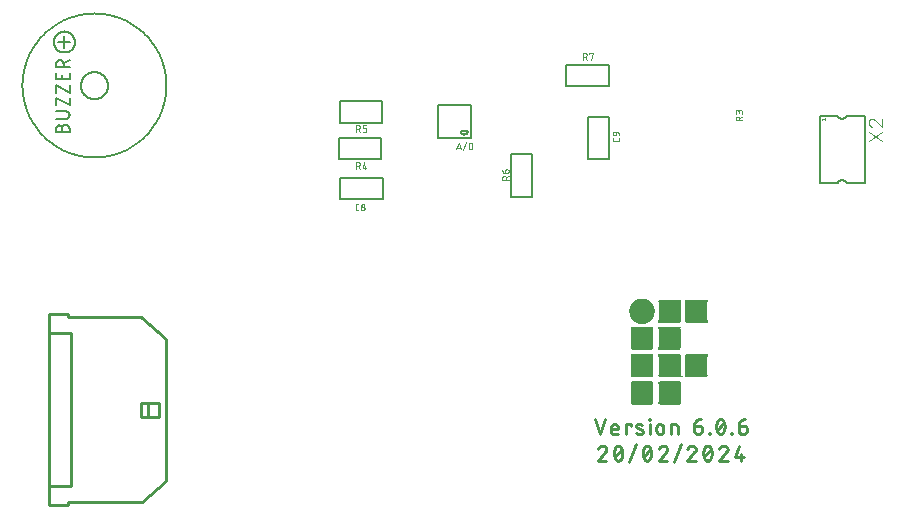
<source format=gbr>
G04 EAGLE Gerber RS-274X export*
G75*
%MOMM*%
%FSLAX34Y34*%
%LPD*%
%INSilkscreen Top*%
%IPPOS*%
%AMOC8*
5,1,8,0,0,1.08239X$1,22.5*%
G01*
%ADD10C,0.228600*%
%ADD11R,1.600000X0.020000*%
%ADD12R,1.720000X0.020000*%
%ADD13R,1.780000X0.020000*%
%ADD14R,1.820000X0.020000*%
%ADD15R,1.840000X0.020000*%
%ADD16R,1.860000X0.020000*%
%ADD17R,1.880000X0.020000*%
%ADD18R,1.900000X0.020000*%
%ADD19R,1.920000X0.020000*%
%ADD20R,1.800000X0.020000*%
%ADD21R,1.760000X0.020000*%
%ADD22R,1.680000X0.020000*%
%ADD23R,1.660000X0.020000*%
%ADD24R,1.740000X0.020000*%
%ADD25R,1.620000X0.020000*%
%ADD26R,1.560000X0.020000*%
%ADD27R,1.700000X0.020000*%
%ADD28R,0.260000X0.020000*%
%ADD29R,0.480000X0.020000*%
%ADD30R,0.620000X0.020000*%
%ADD31R,0.740000X0.020000*%
%ADD32R,0.840000X0.020000*%
%ADD33R,0.920000X0.020000*%
%ADD34R,1.000000X0.020000*%
%ADD35R,1.080000X0.020000*%
%ADD36R,1.140000X0.020000*%
%ADD37R,1.200000X0.020000*%
%ADD38R,1.260000X0.020000*%
%ADD39R,1.320000X0.020000*%
%ADD40R,1.360000X0.020000*%
%ADD41R,1.400000X0.020000*%
%ADD42R,1.440000X0.020000*%
%ADD43R,1.480000X0.020000*%
%ADD44R,1.520000X0.020000*%
%ADD45R,1.640000X0.020000*%
%ADD46R,1.960000X0.020000*%
%ADD47R,2.000000X0.020000*%
%ADD48R,2.040000X0.020000*%
%ADD49R,2.060000X0.020000*%
%ADD50R,2.080000X0.020000*%
%ADD51R,2.100000X0.020000*%
%ADD52R,2.120000X0.020000*%
%ADD53R,1.940000X0.020000*%
%ADD54R,1.580000X0.020000*%
%ADD55R,1.540000X0.020000*%
%ADD56R,1.500000X0.020000*%
%ADD57R,1.460000X0.020000*%
%ADD58R,1.420000X0.020000*%
%ADD59R,1.280000X0.020000*%
%ADD60R,1.220000X0.020000*%
%ADD61R,1.160000X0.020000*%
%ADD62R,1.040000X0.020000*%
%ADD63R,0.960000X0.020000*%
%ADD64R,0.880000X0.020000*%
%ADD65C,0.152400*%
%ADD66C,0.127000*%
%ADD67C,0.254000*%
%ADD68C,0.203200*%
%ADD69C,0.050800*%
%ADD70C,0.025400*%
%ADD71C,0.101600*%


D10*
X502600Y143559D02*
X506838Y130845D01*
X511076Y143559D01*
X518732Y130845D02*
X522263Y130845D01*
X518732Y130845D02*
X518642Y130847D01*
X518552Y130853D01*
X518463Y130862D01*
X518374Y130875D01*
X518286Y130893D01*
X518198Y130913D01*
X518112Y130938D01*
X518026Y130966D01*
X517942Y130998D01*
X517859Y131033D01*
X517778Y131072D01*
X517699Y131114D01*
X517621Y131160D01*
X517545Y131208D01*
X517472Y131260D01*
X517401Y131315D01*
X517332Y131373D01*
X517266Y131434D01*
X517202Y131498D01*
X517141Y131564D01*
X517083Y131633D01*
X517028Y131704D01*
X516976Y131777D01*
X516928Y131853D01*
X516882Y131931D01*
X516840Y132010D01*
X516801Y132091D01*
X516766Y132174D01*
X516734Y132258D01*
X516706Y132344D01*
X516681Y132430D01*
X516661Y132518D01*
X516643Y132606D01*
X516630Y132695D01*
X516621Y132784D01*
X516615Y132874D01*
X516613Y132964D01*
X516613Y136496D01*
X516615Y136602D01*
X516621Y136707D01*
X516631Y136812D01*
X516645Y136917D01*
X516662Y137021D01*
X516684Y137125D01*
X516709Y137227D01*
X516739Y137329D01*
X516772Y137429D01*
X516808Y137528D01*
X516849Y137626D01*
X516893Y137722D01*
X516940Y137816D01*
X516991Y137909D01*
X517046Y137999D01*
X517104Y138087D01*
X517165Y138174D01*
X517229Y138257D01*
X517297Y138339D01*
X517367Y138417D01*
X517440Y138494D01*
X517517Y138567D01*
X517595Y138637D01*
X517677Y138705D01*
X517760Y138769D01*
X517847Y138830D01*
X517935Y138888D01*
X518026Y138943D01*
X518118Y138994D01*
X518212Y139041D01*
X518308Y139085D01*
X518406Y139126D01*
X518505Y139162D01*
X518605Y139195D01*
X518707Y139225D01*
X518809Y139250D01*
X518913Y139272D01*
X519017Y139289D01*
X519122Y139303D01*
X519227Y139313D01*
X519332Y139319D01*
X519438Y139321D01*
X519544Y139319D01*
X519649Y139313D01*
X519754Y139303D01*
X519859Y139289D01*
X519963Y139272D01*
X520067Y139250D01*
X520169Y139225D01*
X520271Y139195D01*
X520371Y139162D01*
X520470Y139126D01*
X520568Y139085D01*
X520664Y139041D01*
X520758Y138994D01*
X520851Y138943D01*
X520941Y138888D01*
X521029Y138830D01*
X521116Y138769D01*
X521199Y138705D01*
X521281Y138637D01*
X521359Y138567D01*
X521436Y138494D01*
X521509Y138417D01*
X521579Y138339D01*
X521647Y138257D01*
X521711Y138174D01*
X521772Y138087D01*
X521830Y137999D01*
X521885Y137909D01*
X521936Y137816D01*
X521983Y137722D01*
X522027Y137626D01*
X522068Y137528D01*
X522104Y137429D01*
X522137Y137329D01*
X522167Y137227D01*
X522192Y137125D01*
X522214Y137021D01*
X522231Y136917D01*
X522245Y136812D01*
X522255Y136707D01*
X522261Y136602D01*
X522263Y136496D01*
X522263Y135083D01*
X516613Y135083D01*
X528876Y130845D02*
X528876Y139321D01*
X533114Y139321D01*
X533114Y137909D01*
X538822Y135790D02*
X542354Y134377D01*
X538822Y135790D02*
X538744Y135823D01*
X538668Y135860D01*
X538593Y135900D01*
X538521Y135944D01*
X538450Y135991D01*
X538382Y136041D01*
X538316Y136095D01*
X538253Y136151D01*
X538193Y136210D01*
X538135Y136272D01*
X538080Y136337D01*
X538028Y136404D01*
X537979Y136473D01*
X537934Y136544D01*
X537892Y136618D01*
X537853Y136693D01*
X537818Y136770D01*
X537787Y136849D01*
X537759Y136929D01*
X537735Y137010D01*
X537715Y137092D01*
X537698Y137175D01*
X537686Y137259D01*
X537677Y137343D01*
X537672Y137428D01*
X537671Y137513D01*
X537674Y137597D01*
X537681Y137682D01*
X537692Y137766D01*
X537707Y137849D01*
X537725Y137932D01*
X537747Y138013D01*
X537773Y138094D01*
X537803Y138173D01*
X537837Y138251D01*
X537874Y138327D01*
X537914Y138402D01*
X537958Y138474D01*
X538005Y138544D01*
X538055Y138613D01*
X538109Y138678D01*
X538165Y138741D01*
X538225Y138802D01*
X538287Y138860D01*
X538351Y138914D01*
X538418Y138966D01*
X538488Y139014D01*
X538559Y139060D01*
X538633Y139102D01*
X538708Y139140D01*
X538786Y139175D01*
X538864Y139206D01*
X538944Y139234D01*
X539026Y139258D01*
X539108Y139278D01*
X539191Y139294D01*
X539275Y139307D01*
X539359Y139315D01*
X539443Y139320D01*
X539528Y139321D01*
X539529Y139321D02*
X539721Y139316D01*
X539914Y139306D01*
X540106Y139292D01*
X540298Y139273D01*
X540490Y139250D01*
X540680Y139221D01*
X540871Y139189D01*
X541060Y139151D01*
X541248Y139110D01*
X541435Y139063D01*
X541621Y139012D01*
X541806Y138957D01*
X541989Y138897D01*
X542171Y138833D01*
X542352Y138765D01*
X542530Y138692D01*
X542707Y138615D01*
X542353Y134376D02*
X542431Y134343D01*
X542507Y134306D01*
X542582Y134266D01*
X542654Y134222D01*
X542725Y134175D01*
X542793Y134125D01*
X542859Y134071D01*
X542922Y134015D01*
X542982Y133956D01*
X543040Y133894D01*
X543095Y133829D01*
X543147Y133762D01*
X543196Y133693D01*
X543241Y133622D01*
X543283Y133548D01*
X543322Y133473D01*
X543357Y133396D01*
X543388Y133317D01*
X543416Y133237D01*
X543440Y133156D01*
X543460Y133074D01*
X543477Y132991D01*
X543489Y132907D01*
X543498Y132823D01*
X543503Y132738D01*
X543504Y132653D01*
X543501Y132569D01*
X543494Y132484D01*
X543483Y132400D01*
X543468Y132317D01*
X543450Y132234D01*
X543428Y132153D01*
X543402Y132072D01*
X543372Y131993D01*
X543338Y131915D01*
X543301Y131839D01*
X543261Y131764D01*
X543217Y131692D01*
X543170Y131622D01*
X543120Y131553D01*
X543066Y131488D01*
X543010Y131425D01*
X542950Y131364D01*
X542888Y131307D01*
X542824Y131252D01*
X542757Y131200D01*
X542687Y131152D01*
X542616Y131106D01*
X542542Y131064D01*
X542467Y131026D01*
X542389Y130991D01*
X542311Y130960D01*
X542231Y130932D01*
X542149Y130908D01*
X542067Y130888D01*
X541984Y130872D01*
X541900Y130859D01*
X541816Y130851D01*
X541732Y130846D01*
X541647Y130845D01*
X541364Y130853D01*
X541081Y130867D01*
X540798Y130887D01*
X540516Y130915D01*
X540235Y130949D01*
X539955Y130990D01*
X539675Y131037D01*
X539397Y131091D01*
X539120Y131152D01*
X538845Y131219D01*
X538572Y131292D01*
X538300Y131372D01*
X538030Y131459D01*
X537762Y131552D01*
X549138Y130845D02*
X549138Y139321D01*
X548785Y142853D02*
X548785Y143559D01*
X549491Y143559D01*
X549491Y142853D01*
X548785Y142853D01*
X554862Y136496D02*
X554862Y133671D01*
X554863Y136496D02*
X554865Y136602D01*
X554871Y136707D01*
X554881Y136812D01*
X554895Y136917D01*
X554912Y137021D01*
X554934Y137125D01*
X554959Y137227D01*
X554989Y137329D01*
X555022Y137429D01*
X555058Y137528D01*
X555099Y137626D01*
X555143Y137722D01*
X555190Y137816D01*
X555241Y137909D01*
X555296Y137999D01*
X555354Y138087D01*
X555415Y138174D01*
X555479Y138257D01*
X555547Y138339D01*
X555617Y138417D01*
X555690Y138494D01*
X555767Y138567D01*
X555845Y138637D01*
X555927Y138705D01*
X556010Y138769D01*
X556097Y138830D01*
X556185Y138888D01*
X556276Y138943D01*
X556368Y138994D01*
X556462Y139041D01*
X556558Y139085D01*
X556656Y139126D01*
X556755Y139162D01*
X556855Y139195D01*
X556957Y139225D01*
X557059Y139250D01*
X557163Y139272D01*
X557267Y139289D01*
X557372Y139303D01*
X557477Y139313D01*
X557582Y139319D01*
X557688Y139321D01*
X557794Y139319D01*
X557899Y139313D01*
X558004Y139303D01*
X558109Y139289D01*
X558213Y139272D01*
X558317Y139250D01*
X558419Y139225D01*
X558521Y139195D01*
X558621Y139162D01*
X558720Y139126D01*
X558818Y139085D01*
X558914Y139041D01*
X559008Y138994D01*
X559101Y138943D01*
X559191Y138888D01*
X559279Y138830D01*
X559366Y138769D01*
X559449Y138705D01*
X559531Y138637D01*
X559609Y138567D01*
X559686Y138494D01*
X559759Y138417D01*
X559829Y138339D01*
X559897Y138257D01*
X559961Y138174D01*
X560022Y138087D01*
X560080Y137999D01*
X560135Y137909D01*
X560186Y137816D01*
X560233Y137722D01*
X560277Y137626D01*
X560318Y137528D01*
X560354Y137429D01*
X560387Y137329D01*
X560417Y137227D01*
X560442Y137125D01*
X560464Y137021D01*
X560481Y136917D01*
X560495Y136812D01*
X560505Y136707D01*
X560511Y136602D01*
X560513Y136496D01*
X560513Y133671D01*
X560511Y133565D01*
X560505Y133460D01*
X560495Y133355D01*
X560481Y133250D01*
X560464Y133146D01*
X560442Y133042D01*
X560417Y132940D01*
X560387Y132838D01*
X560354Y132738D01*
X560318Y132639D01*
X560277Y132541D01*
X560233Y132445D01*
X560186Y132351D01*
X560135Y132258D01*
X560080Y132168D01*
X560022Y132080D01*
X559961Y131993D01*
X559897Y131910D01*
X559829Y131828D01*
X559759Y131750D01*
X559686Y131673D01*
X559609Y131600D01*
X559531Y131530D01*
X559449Y131462D01*
X559366Y131398D01*
X559279Y131337D01*
X559191Y131279D01*
X559101Y131224D01*
X559008Y131173D01*
X558914Y131126D01*
X558818Y131082D01*
X558720Y131041D01*
X558621Y131005D01*
X558521Y130972D01*
X558419Y130942D01*
X558317Y130917D01*
X558213Y130895D01*
X558109Y130878D01*
X558004Y130864D01*
X557899Y130854D01*
X557794Y130848D01*
X557688Y130846D01*
X557582Y130848D01*
X557477Y130854D01*
X557372Y130864D01*
X557267Y130878D01*
X557163Y130895D01*
X557059Y130917D01*
X556957Y130942D01*
X556855Y130972D01*
X556755Y131005D01*
X556656Y131041D01*
X556558Y131082D01*
X556462Y131126D01*
X556368Y131173D01*
X556276Y131224D01*
X556185Y131279D01*
X556097Y131337D01*
X556010Y131398D01*
X555927Y131462D01*
X555845Y131530D01*
X555767Y131600D01*
X555690Y131673D01*
X555617Y131750D01*
X555547Y131828D01*
X555479Y131910D01*
X555415Y131993D01*
X555354Y132080D01*
X555296Y132168D01*
X555241Y132259D01*
X555190Y132351D01*
X555143Y132445D01*
X555099Y132541D01*
X555058Y132639D01*
X555022Y132738D01*
X554989Y132838D01*
X554959Y132940D01*
X554934Y133042D01*
X554912Y133146D01*
X554895Y133250D01*
X554881Y133355D01*
X554871Y133460D01*
X554865Y133565D01*
X554863Y133671D01*
X567012Y130845D02*
X567012Y139321D01*
X570544Y139321D01*
X570634Y139319D01*
X570724Y139313D01*
X570813Y139304D01*
X570902Y139291D01*
X570990Y139273D01*
X571078Y139253D01*
X571164Y139228D01*
X571250Y139200D01*
X571334Y139168D01*
X571417Y139133D01*
X571498Y139094D01*
X571577Y139052D01*
X571655Y139006D01*
X571731Y138958D01*
X571804Y138906D01*
X571875Y138851D01*
X571944Y138793D01*
X572010Y138732D01*
X572074Y138668D01*
X572135Y138602D01*
X572193Y138533D01*
X572248Y138462D01*
X572300Y138389D01*
X572348Y138313D01*
X572394Y138235D01*
X572436Y138156D01*
X572475Y138075D01*
X572510Y137992D01*
X572542Y137908D01*
X572570Y137822D01*
X572595Y137736D01*
X572615Y137648D01*
X572633Y137560D01*
X572646Y137471D01*
X572655Y137382D01*
X572661Y137292D01*
X572663Y137202D01*
X572663Y130845D01*
X586556Y137909D02*
X590794Y137909D01*
X590794Y137908D02*
X590900Y137906D01*
X591005Y137900D01*
X591110Y137890D01*
X591215Y137876D01*
X591319Y137859D01*
X591423Y137837D01*
X591525Y137812D01*
X591627Y137782D01*
X591727Y137749D01*
X591826Y137713D01*
X591924Y137672D01*
X592020Y137628D01*
X592114Y137581D01*
X592207Y137530D01*
X592297Y137475D01*
X592385Y137417D01*
X592472Y137356D01*
X592555Y137292D01*
X592637Y137224D01*
X592715Y137154D01*
X592792Y137081D01*
X592865Y137004D01*
X592935Y136926D01*
X593003Y136844D01*
X593067Y136761D01*
X593128Y136674D01*
X593186Y136586D01*
X593241Y136496D01*
X593292Y136403D01*
X593339Y136309D01*
X593383Y136213D01*
X593424Y136115D01*
X593460Y136016D01*
X593493Y135916D01*
X593523Y135814D01*
X593548Y135712D01*
X593570Y135608D01*
X593587Y135504D01*
X593601Y135399D01*
X593611Y135294D01*
X593617Y135189D01*
X593619Y135083D01*
X593619Y134377D01*
X593620Y134377D02*
X593618Y134259D01*
X593612Y134141D01*
X593602Y134023D01*
X593588Y133906D01*
X593571Y133790D01*
X593549Y133673D01*
X593524Y133558D01*
X593495Y133444D01*
X593461Y133331D01*
X593425Y133218D01*
X593384Y133108D01*
X593340Y132998D01*
X593292Y132890D01*
X593240Y132784D01*
X593185Y132680D01*
X593127Y132577D01*
X593065Y132476D01*
X593000Y132378D01*
X592932Y132282D01*
X592860Y132188D01*
X592785Y132097D01*
X592708Y132008D01*
X592627Y131922D01*
X592543Y131838D01*
X592457Y131757D01*
X592368Y131680D01*
X592277Y131605D01*
X592183Y131533D01*
X592087Y131465D01*
X591989Y131400D01*
X591888Y131338D01*
X591785Y131280D01*
X591681Y131225D01*
X591575Y131173D01*
X591467Y131125D01*
X591357Y131081D01*
X591247Y131040D01*
X591134Y131004D01*
X591021Y130970D01*
X590907Y130941D01*
X590792Y130916D01*
X590675Y130894D01*
X590559Y130877D01*
X590442Y130863D01*
X590324Y130853D01*
X590206Y130847D01*
X590088Y130845D01*
X589970Y130847D01*
X589852Y130853D01*
X589734Y130863D01*
X589617Y130877D01*
X589501Y130894D01*
X589384Y130916D01*
X589269Y130941D01*
X589155Y130970D01*
X589042Y131004D01*
X588929Y131040D01*
X588819Y131081D01*
X588709Y131125D01*
X588601Y131173D01*
X588495Y131225D01*
X588391Y131280D01*
X588288Y131338D01*
X588187Y131400D01*
X588089Y131465D01*
X587993Y131533D01*
X587899Y131605D01*
X587808Y131680D01*
X587719Y131757D01*
X587633Y131838D01*
X587549Y131922D01*
X587468Y132008D01*
X587391Y132097D01*
X587316Y132188D01*
X587244Y132282D01*
X587176Y132378D01*
X587111Y132476D01*
X587049Y132577D01*
X586991Y132680D01*
X586936Y132784D01*
X586884Y132890D01*
X586836Y132998D01*
X586792Y133108D01*
X586751Y133218D01*
X586715Y133331D01*
X586681Y133444D01*
X586652Y133558D01*
X586627Y133673D01*
X586605Y133790D01*
X586588Y133906D01*
X586574Y134023D01*
X586564Y134141D01*
X586558Y134259D01*
X586556Y134377D01*
X586556Y137909D01*
X586558Y138057D01*
X586564Y138205D01*
X586573Y138352D01*
X586587Y138500D01*
X586604Y138647D01*
X586626Y138793D01*
X586651Y138939D01*
X586679Y139084D01*
X586712Y139228D01*
X586749Y139372D01*
X586789Y139514D01*
X586833Y139655D01*
X586880Y139795D01*
X586931Y139934D01*
X586986Y140072D01*
X587045Y140207D01*
X587106Y140342D01*
X587172Y140474D01*
X587241Y140605D01*
X587313Y140734D01*
X587389Y140862D01*
X587468Y140987D01*
X587550Y141110D01*
X587635Y141231D01*
X587724Y141349D01*
X587815Y141465D01*
X587910Y141579D01*
X588007Y141690D01*
X588108Y141799D01*
X588211Y141905D01*
X588317Y142008D01*
X588426Y142109D01*
X588537Y142206D01*
X588651Y142301D01*
X588767Y142392D01*
X588885Y142481D01*
X589006Y142566D01*
X589129Y142648D01*
X589254Y142727D01*
X589381Y142803D01*
X589511Y142875D01*
X589641Y142944D01*
X589774Y143009D01*
X589909Y143071D01*
X590044Y143130D01*
X590182Y143185D01*
X590321Y143236D01*
X590461Y143283D01*
X590602Y143327D01*
X590744Y143367D01*
X590888Y143404D01*
X591032Y143437D01*
X591177Y143465D01*
X591323Y143490D01*
X591469Y143512D01*
X591616Y143529D01*
X591764Y143543D01*
X591911Y143552D01*
X592059Y143558D01*
X592207Y143560D01*
X599185Y131552D02*
X599185Y130845D01*
X599185Y131552D02*
X599891Y131552D01*
X599891Y130845D01*
X599185Y130845D01*
X605456Y137202D02*
X605459Y137452D01*
X605468Y137702D01*
X605483Y137952D01*
X605504Y138201D01*
X605531Y138450D01*
X605563Y138698D01*
X605602Y138945D01*
X605647Y139191D01*
X605697Y139436D01*
X605753Y139680D01*
X605815Y139922D01*
X605883Y140163D01*
X605957Y140402D01*
X606036Y140639D01*
X606121Y140874D01*
X606211Y141107D01*
X606307Y141338D01*
X606409Y141567D01*
X606515Y141793D01*
X606516Y141793D02*
X606551Y141889D01*
X606589Y141982D01*
X606631Y142075D01*
X606677Y142165D01*
X606726Y142254D01*
X606778Y142340D01*
X606834Y142425D01*
X606893Y142507D01*
X606955Y142587D01*
X607020Y142665D01*
X607088Y142740D01*
X607159Y142812D01*
X607233Y142882D01*
X607309Y142948D01*
X607388Y143012D01*
X607469Y143072D01*
X607553Y143130D01*
X607638Y143184D01*
X607726Y143234D01*
X607816Y143281D01*
X607907Y143325D01*
X608000Y143365D01*
X608095Y143402D01*
X608191Y143434D01*
X608288Y143463D01*
X608386Y143489D01*
X608485Y143510D01*
X608584Y143528D01*
X608685Y143541D01*
X608786Y143551D01*
X608887Y143557D01*
X608988Y143559D01*
X609089Y143557D01*
X609190Y143551D01*
X609291Y143541D01*
X609392Y143528D01*
X609491Y143510D01*
X609590Y143489D01*
X609688Y143463D01*
X609785Y143434D01*
X609881Y143402D01*
X609976Y143365D01*
X610069Y143325D01*
X610160Y143281D01*
X610250Y143234D01*
X610338Y143184D01*
X610423Y143130D01*
X610507Y143072D01*
X610588Y143012D01*
X610667Y142948D01*
X610743Y142882D01*
X610817Y142812D01*
X610888Y142740D01*
X610956Y142665D01*
X611021Y142587D01*
X611083Y142507D01*
X611142Y142425D01*
X611198Y142340D01*
X611250Y142254D01*
X611299Y142165D01*
X611345Y142075D01*
X611387Y141982D01*
X611425Y141889D01*
X611460Y141793D01*
X611566Y141567D01*
X611668Y141338D01*
X611764Y141107D01*
X611854Y140874D01*
X611939Y140639D01*
X612018Y140402D01*
X612092Y140163D01*
X612160Y139922D01*
X612222Y139680D01*
X612278Y139436D01*
X612328Y139191D01*
X612373Y138945D01*
X612412Y138698D01*
X612444Y138450D01*
X612471Y138201D01*
X612492Y137952D01*
X612507Y137702D01*
X612516Y137452D01*
X612519Y137202D01*
X605456Y137202D02*
X605459Y136952D01*
X605468Y136702D01*
X605483Y136452D01*
X605504Y136203D01*
X605531Y135954D01*
X605563Y135706D01*
X605602Y135459D01*
X605647Y135213D01*
X605697Y134968D01*
X605753Y134724D01*
X605815Y134482D01*
X605883Y134241D01*
X605957Y134002D01*
X606036Y133765D01*
X606121Y133530D01*
X606211Y133297D01*
X606307Y133066D01*
X606409Y132837D01*
X606515Y132611D01*
X606516Y132612D02*
X606551Y132516D01*
X606589Y132423D01*
X606631Y132330D01*
X606677Y132240D01*
X606726Y132151D01*
X606778Y132065D01*
X606834Y131980D01*
X606893Y131898D01*
X606955Y131818D01*
X607020Y131740D01*
X607088Y131665D01*
X607159Y131593D01*
X607233Y131523D01*
X607309Y131457D01*
X607388Y131393D01*
X607469Y131333D01*
X607553Y131275D01*
X607638Y131221D01*
X607726Y131171D01*
X607816Y131124D01*
X607907Y131080D01*
X608000Y131040D01*
X608095Y131003D01*
X608191Y130971D01*
X608288Y130942D01*
X608386Y130916D01*
X608485Y130895D01*
X608584Y130877D01*
X608685Y130864D01*
X608786Y130854D01*
X608887Y130848D01*
X608988Y130846D01*
X611460Y132611D02*
X611566Y132837D01*
X611668Y133066D01*
X611764Y133297D01*
X611854Y133530D01*
X611939Y133765D01*
X612018Y134002D01*
X612092Y134241D01*
X612160Y134482D01*
X612222Y134724D01*
X612278Y134968D01*
X612328Y135213D01*
X612373Y135459D01*
X612412Y135706D01*
X612444Y135954D01*
X612471Y136203D01*
X612492Y136452D01*
X612507Y136702D01*
X612516Y136952D01*
X612519Y137202D01*
X611460Y132612D02*
X611425Y132516D01*
X611387Y132423D01*
X611345Y132330D01*
X611299Y132240D01*
X611250Y132151D01*
X611198Y132065D01*
X611142Y131980D01*
X611083Y131898D01*
X611021Y131818D01*
X610956Y131740D01*
X610888Y131665D01*
X610817Y131593D01*
X610743Y131523D01*
X610667Y131457D01*
X610588Y131393D01*
X610507Y131333D01*
X610423Y131275D01*
X610338Y131221D01*
X610250Y131171D01*
X610160Y131124D01*
X610069Y131080D01*
X609976Y131040D01*
X609881Y131003D01*
X609785Y130971D01*
X609688Y130942D01*
X609590Y130916D01*
X609491Y130895D01*
X609392Y130877D01*
X609291Y130864D01*
X609190Y130854D01*
X609089Y130848D01*
X608988Y130846D01*
X606162Y133671D02*
X611813Y140734D01*
X618085Y131552D02*
X618085Y130845D01*
X618085Y131552D02*
X618791Y131552D01*
X618791Y130845D01*
X618085Y130845D01*
X624356Y137909D02*
X628594Y137909D01*
X628594Y137908D02*
X628700Y137906D01*
X628805Y137900D01*
X628910Y137890D01*
X629015Y137876D01*
X629119Y137859D01*
X629223Y137837D01*
X629325Y137812D01*
X629427Y137782D01*
X629527Y137749D01*
X629626Y137713D01*
X629724Y137672D01*
X629820Y137628D01*
X629914Y137581D01*
X630007Y137530D01*
X630097Y137475D01*
X630185Y137417D01*
X630272Y137356D01*
X630355Y137292D01*
X630437Y137224D01*
X630515Y137154D01*
X630592Y137081D01*
X630665Y137004D01*
X630735Y136926D01*
X630803Y136844D01*
X630867Y136761D01*
X630928Y136674D01*
X630986Y136586D01*
X631041Y136496D01*
X631092Y136403D01*
X631139Y136309D01*
X631183Y136213D01*
X631224Y136115D01*
X631260Y136016D01*
X631293Y135916D01*
X631323Y135814D01*
X631348Y135712D01*
X631370Y135608D01*
X631387Y135504D01*
X631401Y135399D01*
X631411Y135294D01*
X631417Y135189D01*
X631419Y135083D01*
X631419Y134377D01*
X631420Y134377D02*
X631418Y134259D01*
X631412Y134141D01*
X631402Y134023D01*
X631388Y133906D01*
X631371Y133790D01*
X631349Y133673D01*
X631324Y133558D01*
X631295Y133444D01*
X631261Y133331D01*
X631225Y133218D01*
X631184Y133108D01*
X631140Y132998D01*
X631092Y132890D01*
X631040Y132784D01*
X630985Y132680D01*
X630927Y132577D01*
X630865Y132476D01*
X630800Y132378D01*
X630732Y132282D01*
X630660Y132188D01*
X630585Y132097D01*
X630508Y132008D01*
X630427Y131922D01*
X630343Y131838D01*
X630257Y131757D01*
X630168Y131680D01*
X630077Y131605D01*
X629983Y131533D01*
X629887Y131465D01*
X629789Y131400D01*
X629688Y131338D01*
X629585Y131280D01*
X629481Y131225D01*
X629375Y131173D01*
X629267Y131125D01*
X629157Y131081D01*
X629047Y131040D01*
X628934Y131004D01*
X628821Y130970D01*
X628707Y130941D01*
X628592Y130916D01*
X628475Y130894D01*
X628359Y130877D01*
X628242Y130863D01*
X628124Y130853D01*
X628006Y130847D01*
X627888Y130845D01*
X627770Y130847D01*
X627652Y130853D01*
X627534Y130863D01*
X627417Y130877D01*
X627301Y130894D01*
X627184Y130916D01*
X627069Y130941D01*
X626955Y130970D01*
X626842Y131004D01*
X626729Y131040D01*
X626619Y131081D01*
X626509Y131125D01*
X626401Y131173D01*
X626295Y131225D01*
X626191Y131280D01*
X626088Y131338D01*
X625987Y131400D01*
X625889Y131465D01*
X625793Y131533D01*
X625699Y131605D01*
X625608Y131680D01*
X625519Y131757D01*
X625433Y131838D01*
X625349Y131922D01*
X625268Y132008D01*
X625191Y132097D01*
X625116Y132188D01*
X625044Y132282D01*
X624976Y132378D01*
X624911Y132476D01*
X624849Y132577D01*
X624791Y132680D01*
X624736Y132784D01*
X624684Y132890D01*
X624636Y132998D01*
X624592Y133108D01*
X624551Y133218D01*
X624515Y133331D01*
X624481Y133444D01*
X624452Y133558D01*
X624427Y133673D01*
X624405Y133790D01*
X624388Y133906D01*
X624374Y134023D01*
X624364Y134141D01*
X624358Y134259D01*
X624356Y134377D01*
X624356Y137909D01*
X624358Y138057D01*
X624364Y138205D01*
X624373Y138352D01*
X624387Y138500D01*
X624404Y138647D01*
X624426Y138793D01*
X624451Y138939D01*
X624479Y139084D01*
X624512Y139228D01*
X624549Y139372D01*
X624589Y139514D01*
X624633Y139655D01*
X624680Y139795D01*
X624731Y139934D01*
X624786Y140072D01*
X624845Y140207D01*
X624906Y140342D01*
X624972Y140474D01*
X625041Y140605D01*
X625113Y140734D01*
X625189Y140862D01*
X625268Y140987D01*
X625350Y141110D01*
X625435Y141231D01*
X625524Y141349D01*
X625615Y141465D01*
X625710Y141579D01*
X625807Y141690D01*
X625908Y141799D01*
X626011Y141905D01*
X626117Y142008D01*
X626226Y142109D01*
X626337Y142206D01*
X626451Y142301D01*
X626567Y142392D01*
X626685Y142481D01*
X626806Y142566D01*
X626929Y142648D01*
X627054Y142727D01*
X627181Y142803D01*
X627311Y142875D01*
X627441Y142944D01*
X627574Y143009D01*
X627709Y143071D01*
X627844Y143130D01*
X627982Y143185D01*
X628121Y143236D01*
X628261Y143283D01*
X628402Y143327D01*
X628544Y143367D01*
X628688Y143404D01*
X628832Y143437D01*
X628977Y143465D01*
X629123Y143490D01*
X629269Y143512D01*
X629416Y143529D01*
X629564Y143543D01*
X629711Y143552D01*
X629859Y143558D01*
X630007Y143560D01*
X512492Y117881D02*
X512490Y117992D01*
X512484Y118103D01*
X512475Y118213D01*
X512461Y118323D01*
X512444Y118433D01*
X512423Y118542D01*
X512398Y118650D01*
X512369Y118757D01*
X512336Y118863D01*
X512300Y118968D01*
X512261Y119072D01*
X512217Y119174D01*
X512170Y119275D01*
X512120Y119373D01*
X512066Y119471D01*
X512009Y119566D01*
X511949Y119659D01*
X511885Y119750D01*
X511818Y119838D01*
X511748Y119924D01*
X511675Y120008D01*
X511600Y120089D01*
X511521Y120168D01*
X511440Y120243D01*
X511356Y120316D01*
X511270Y120386D01*
X511182Y120453D01*
X511091Y120517D01*
X510998Y120577D01*
X510903Y120634D01*
X510805Y120688D01*
X510707Y120738D01*
X510606Y120785D01*
X510504Y120829D01*
X510400Y120868D01*
X510295Y120904D01*
X510189Y120937D01*
X510082Y120966D01*
X509974Y120991D01*
X509865Y121012D01*
X509755Y121029D01*
X509645Y121043D01*
X509535Y121052D01*
X509424Y121058D01*
X509313Y121060D01*
X509313Y121059D02*
X509188Y121057D01*
X509063Y121051D01*
X508938Y121042D01*
X508813Y121028D01*
X508689Y121011D01*
X508566Y120990D01*
X508443Y120965D01*
X508321Y120937D01*
X508200Y120904D01*
X508080Y120868D01*
X507961Y120829D01*
X507844Y120786D01*
X507728Y120739D01*
X507613Y120688D01*
X507500Y120634D01*
X507389Y120577D01*
X507279Y120516D01*
X507172Y120452D01*
X507066Y120385D01*
X506962Y120315D01*
X506861Y120241D01*
X506762Y120164D01*
X506666Y120084D01*
X506571Y120002D01*
X506480Y119916D01*
X506391Y119828D01*
X506305Y119737D01*
X506222Y119643D01*
X506141Y119547D01*
X506064Y119449D01*
X505990Y119348D01*
X505919Y119245D01*
X505851Y119140D01*
X505786Y119033D01*
X505724Y118924D01*
X505666Y118813D01*
X505612Y118700D01*
X505561Y118586D01*
X505513Y118470D01*
X505469Y118353D01*
X505429Y118234D01*
X511432Y115409D02*
X511514Y115490D01*
X511593Y115573D01*
X511669Y115659D01*
X511743Y115748D01*
X511813Y115839D01*
X511880Y115933D01*
X511945Y116028D01*
X512005Y116126D01*
X512063Y116226D01*
X512117Y116328D01*
X512168Y116431D01*
X512215Y116536D01*
X512259Y116643D01*
X512299Y116751D01*
X512335Y116860D01*
X512367Y116971D01*
X512396Y117082D01*
X512421Y117195D01*
X512443Y117308D01*
X512460Y117422D01*
X512474Y117536D01*
X512483Y117651D01*
X512489Y117766D01*
X512491Y117881D01*
X511432Y115409D02*
X505428Y108345D01*
X512491Y108345D01*
X518928Y114702D02*
X518931Y114952D01*
X518940Y115202D01*
X518955Y115452D01*
X518976Y115701D01*
X519003Y115950D01*
X519035Y116198D01*
X519074Y116445D01*
X519119Y116691D01*
X519169Y116936D01*
X519225Y117180D01*
X519287Y117422D01*
X519355Y117663D01*
X519429Y117902D01*
X519508Y118139D01*
X519593Y118374D01*
X519683Y118607D01*
X519779Y118838D01*
X519881Y119067D01*
X519987Y119293D01*
X519988Y119293D02*
X520023Y119389D01*
X520061Y119482D01*
X520103Y119575D01*
X520149Y119665D01*
X520198Y119754D01*
X520250Y119840D01*
X520306Y119925D01*
X520365Y120007D01*
X520427Y120087D01*
X520492Y120165D01*
X520560Y120240D01*
X520631Y120312D01*
X520705Y120382D01*
X520781Y120448D01*
X520860Y120512D01*
X520941Y120572D01*
X521025Y120630D01*
X521110Y120684D01*
X521198Y120734D01*
X521288Y120781D01*
X521379Y120825D01*
X521472Y120865D01*
X521567Y120902D01*
X521663Y120934D01*
X521760Y120963D01*
X521858Y120989D01*
X521957Y121010D01*
X522056Y121028D01*
X522157Y121041D01*
X522258Y121051D01*
X522359Y121057D01*
X522460Y121059D01*
X522561Y121057D01*
X522662Y121051D01*
X522763Y121041D01*
X522864Y121028D01*
X522963Y121010D01*
X523062Y120989D01*
X523160Y120963D01*
X523257Y120934D01*
X523353Y120902D01*
X523448Y120865D01*
X523541Y120825D01*
X523632Y120781D01*
X523722Y120734D01*
X523810Y120684D01*
X523895Y120630D01*
X523979Y120572D01*
X524060Y120512D01*
X524139Y120448D01*
X524215Y120382D01*
X524289Y120312D01*
X524360Y120240D01*
X524428Y120165D01*
X524493Y120087D01*
X524555Y120007D01*
X524614Y119925D01*
X524670Y119840D01*
X524722Y119754D01*
X524771Y119665D01*
X524817Y119575D01*
X524859Y119482D01*
X524897Y119389D01*
X524932Y119293D01*
X525038Y119067D01*
X525140Y118838D01*
X525236Y118607D01*
X525326Y118374D01*
X525411Y118139D01*
X525490Y117902D01*
X525564Y117663D01*
X525632Y117422D01*
X525694Y117180D01*
X525750Y116936D01*
X525800Y116691D01*
X525845Y116445D01*
X525884Y116198D01*
X525916Y115950D01*
X525943Y115701D01*
X525964Y115452D01*
X525979Y115202D01*
X525988Y114952D01*
X525991Y114702D01*
X518928Y114702D02*
X518931Y114452D01*
X518940Y114202D01*
X518955Y113952D01*
X518976Y113703D01*
X519003Y113454D01*
X519035Y113206D01*
X519074Y112959D01*
X519119Y112713D01*
X519169Y112468D01*
X519225Y112224D01*
X519287Y111982D01*
X519355Y111741D01*
X519429Y111502D01*
X519508Y111265D01*
X519593Y111030D01*
X519683Y110797D01*
X519779Y110566D01*
X519881Y110337D01*
X519987Y110111D01*
X519988Y110112D02*
X520023Y110016D01*
X520061Y109923D01*
X520103Y109830D01*
X520149Y109740D01*
X520198Y109651D01*
X520250Y109565D01*
X520306Y109480D01*
X520365Y109398D01*
X520427Y109318D01*
X520492Y109240D01*
X520560Y109165D01*
X520631Y109093D01*
X520705Y109023D01*
X520781Y108957D01*
X520860Y108893D01*
X520941Y108833D01*
X521025Y108775D01*
X521110Y108721D01*
X521198Y108671D01*
X521288Y108624D01*
X521379Y108580D01*
X521472Y108540D01*
X521567Y108503D01*
X521663Y108471D01*
X521760Y108442D01*
X521858Y108416D01*
X521957Y108395D01*
X522056Y108377D01*
X522157Y108364D01*
X522258Y108354D01*
X522359Y108348D01*
X522460Y108346D01*
X524932Y110111D02*
X525038Y110337D01*
X525140Y110566D01*
X525236Y110797D01*
X525326Y111030D01*
X525411Y111265D01*
X525490Y111502D01*
X525564Y111741D01*
X525632Y111982D01*
X525694Y112224D01*
X525750Y112468D01*
X525800Y112713D01*
X525845Y112959D01*
X525884Y113206D01*
X525916Y113454D01*
X525943Y113703D01*
X525964Y113952D01*
X525979Y114202D01*
X525988Y114452D01*
X525991Y114702D01*
X524932Y110112D02*
X524897Y110016D01*
X524859Y109923D01*
X524817Y109830D01*
X524771Y109740D01*
X524722Y109651D01*
X524670Y109565D01*
X524614Y109480D01*
X524555Y109398D01*
X524493Y109318D01*
X524428Y109240D01*
X524360Y109165D01*
X524289Y109093D01*
X524215Y109023D01*
X524139Y108957D01*
X524060Y108893D01*
X523979Y108833D01*
X523895Y108775D01*
X523810Y108721D01*
X523722Y108671D01*
X523632Y108624D01*
X523541Y108580D01*
X523448Y108540D01*
X523353Y108503D01*
X523257Y108471D01*
X523160Y108442D01*
X523062Y108416D01*
X522963Y108395D01*
X522864Y108377D01*
X522763Y108364D01*
X522662Y108354D01*
X522561Y108348D01*
X522460Y108346D01*
X519634Y111171D02*
X525285Y118234D01*
X537435Y122472D02*
X531784Y106933D01*
X543228Y114702D02*
X543231Y114952D01*
X543240Y115202D01*
X543255Y115452D01*
X543276Y115701D01*
X543303Y115950D01*
X543335Y116198D01*
X543374Y116445D01*
X543419Y116691D01*
X543469Y116936D01*
X543525Y117180D01*
X543587Y117422D01*
X543655Y117663D01*
X543729Y117902D01*
X543808Y118139D01*
X543893Y118374D01*
X543983Y118607D01*
X544079Y118838D01*
X544181Y119067D01*
X544287Y119293D01*
X544288Y119293D02*
X544323Y119389D01*
X544361Y119482D01*
X544403Y119575D01*
X544449Y119665D01*
X544498Y119754D01*
X544550Y119840D01*
X544606Y119925D01*
X544665Y120007D01*
X544727Y120087D01*
X544792Y120165D01*
X544860Y120240D01*
X544931Y120312D01*
X545005Y120382D01*
X545081Y120448D01*
X545160Y120512D01*
X545241Y120572D01*
X545325Y120630D01*
X545410Y120684D01*
X545498Y120734D01*
X545588Y120781D01*
X545679Y120825D01*
X545772Y120865D01*
X545867Y120902D01*
X545963Y120934D01*
X546060Y120963D01*
X546158Y120989D01*
X546257Y121010D01*
X546356Y121028D01*
X546457Y121041D01*
X546558Y121051D01*
X546659Y121057D01*
X546760Y121059D01*
X546861Y121057D01*
X546962Y121051D01*
X547063Y121041D01*
X547164Y121028D01*
X547263Y121010D01*
X547362Y120989D01*
X547460Y120963D01*
X547557Y120934D01*
X547653Y120902D01*
X547748Y120865D01*
X547841Y120825D01*
X547932Y120781D01*
X548022Y120734D01*
X548110Y120684D01*
X548195Y120630D01*
X548279Y120572D01*
X548360Y120512D01*
X548439Y120448D01*
X548515Y120382D01*
X548589Y120312D01*
X548660Y120240D01*
X548728Y120165D01*
X548793Y120087D01*
X548855Y120007D01*
X548914Y119925D01*
X548970Y119840D01*
X549022Y119754D01*
X549071Y119665D01*
X549117Y119575D01*
X549159Y119482D01*
X549197Y119389D01*
X549232Y119293D01*
X549338Y119067D01*
X549440Y118838D01*
X549536Y118607D01*
X549626Y118374D01*
X549711Y118139D01*
X549790Y117902D01*
X549864Y117663D01*
X549932Y117422D01*
X549994Y117180D01*
X550050Y116936D01*
X550100Y116691D01*
X550145Y116445D01*
X550184Y116198D01*
X550216Y115950D01*
X550243Y115701D01*
X550264Y115452D01*
X550279Y115202D01*
X550288Y114952D01*
X550291Y114702D01*
X543228Y114702D02*
X543231Y114452D01*
X543240Y114202D01*
X543255Y113952D01*
X543276Y113703D01*
X543303Y113454D01*
X543335Y113206D01*
X543374Y112959D01*
X543419Y112713D01*
X543469Y112468D01*
X543525Y112224D01*
X543587Y111982D01*
X543655Y111741D01*
X543729Y111502D01*
X543808Y111265D01*
X543893Y111030D01*
X543983Y110797D01*
X544079Y110566D01*
X544181Y110337D01*
X544287Y110111D01*
X544288Y110112D02*
X544323Y110016D01*
X544361Y109923D01*
X544403Y109830D01*
X544449Y109740D01*
X544498Y109651D01*
X544550Y109565D01*
X544606Y109480D01*
X544665Y109398D01*
X544727Y109318D01*
X544792Y109240D01*
X544860Y109165D01*
X544931Y109093D01*
X545005Y109023D01*
X545081Y108957D01*
X545160Y108893D01*
X545241Y108833D01*
X545325Y108775D01*
X545410Y108721D01*
X545498Y108671D01*
X545588Y108624D01*
X545679Y108580D01*
X545772Y108540D01*
X545867Y108503D01*
X545963Y108471D01*
X546060Y108442D01*
X546158Y108416D01*
X546257Y108395D01*
X546356Y108377D01*
X546457Y108364D01*
X546558Y108354D01*
X546659Y108348D01*
X546760Y108346D01*
X549232Y110111D02*
X549338Y110337D01*
X549440Y110566D01*
X549536Y110797D01*
X549626Y111030D01*
X549711Y111265D01*
X549790Y111502D01*
X549864Y111741D01*
X549932Y111982D01*
X549994Y112224D01*
X550050Y112468D01*
X550100Y112713D01*
X550145Y112959D01*
X550184Y113206D01*
X550216Y113454D01*
X550243Y113703D01*
X550264Y113952D01*
X550279Y114202D01*
X550288Y114452D01*
X550291Y114702D01*
X549232Y110112D02*
X549197Y110016D01*
X549159Y109923D01*
X549117Y109830D01*
X549071Y109740D01*
X549022Y109651D01*
X548970Y109565D01*
X548914Y109480D01*
X548855Y109398D01*
X548793Y109318D01*
X548728Y109240D01*
X548660Y109165D01*
X548589Y109093D01*
X548515Y109023D01*
X548439Y108957D01*
X548360Y108893D01*
X548279Y108833D01*
X548195Y108775D01*
X548110Y108721D01*
X548022Y108671D01*
X547932Y108624D01*
X547841Y108580D01*
X547748Y108540D01*
X547653Y108503D01*
X547557Y108471D01*
X547460Y108442D01*
X547362Y108416D01*
X547263Y108395D01*
X547164Y108377D01*
X547063Y108364D01*
X546962Y108354D01*
X546861Y108348D01*
X546760Y108346D01*
X543934Y111171D02*
X549585Y118234D01*
X560613Y121060D02*
X560724Y121058D01*
X560835Y121052D01*
X560945Y121043D01*
X561055Y121029D01*
X561165Y121012D01*
X561274Y120991D01*
X561382Y120966D01*
X561489Y120937D01*
X561595Y120904D01*
X561700Y120868D01*
X561804Y120829D01*
X561906Y120785D01*
X562007Y120738D01*
X562105Y120688D01*
X562203Y120634D01*
X562298Y120577D01*
X562391Y120517D01*
X562482Y120453D01*
X562570Y120386D01*
X562656Y120316D01*
X562740Y120243D01*
X562821Y120168D01*
X562900Y120089D01*
X562975Y120008D01*
X563048Y119924D01*
X563118Y119838D01*
X563185Y119750D01*
X563249Y119659D01*
X563309Y119566D01*
X563366Y119471D01*
X563420Y119373D01*
X563470Y119275D01*
X563517Y119174D01*
X563561Y119072D01*
X563600Y118968D01*
X563636Y118863D01*
X563669Y118757D01*
X563698Y118650D01*
X563723Y118542D01*
X563744Y118433D01*
X563761Y118323D01*
X563775Y118213D01*
X563784Y118103D01*
X563790Y117992D01*
X563792Y117881D01*
X560613Y121059D02*
X560488Y121057D01*
X560363Y121051D01*
X560238Y121042D01*
X560113Y121028D01*
X559989Y121011D01*
X559866Y120990D01*
X559743Y120965D01*
X559621Y120937D01*
X559500Y120904D01*
X559380Y120868D01*
X559261Y120829D01*
X559144Y120786D01*
X559028Y120739D01*
X558913Y120688D01*
X558800Y120634D01*
X558689Y120577D01*
X558579Y120516D01*
X558472Y120452D01*
X558366Y120385D01*
X558262Y120315D01*
X558161Y120241D01*
X558062Y120164D01*
X557966Y120084D01*
X557871Y120002D01*
X557780Y119916D01*
X557691Y119828D01*
X557605Y119737D01*
X557522Y119643D01*
X557441Y119547D01*
X557364Y119449D01*
X557290Y119348D01*
X557219Y119245D01*
X557151Y119140D01*
X557086Y119033D01*
X557024Y118924D01*
X556966Y118813D01*
X556912Y118700D01*
X556861Y118586D01*
X556813Y118470D01*
X556769Y118353D01*
X556729Y118234D01*
X562732Y115409D02*
X562814Y115490D01*
X562893Y115573D01*
X562969Y115659D01*
X563043Y115748D01*
X563113Y115839D01*
X563180Y115933D01*
X563245Y116028D01*
X563305Y116126D01*
X563363Y116226D01*
X563417Y116328D01*
X563468Y116431D01*
X563515Y116536D01*
X563559Y116643D01*
X563599Y116751D01*
X563635Y116860D01*
X563667Y116971D01*
X563696Y117082D01*
X563721Y117195D01*
X563743Y117308D01*
X563760Y117422D01*
X563774Y117536D01*
X563783Y117651D01*
X563789Y117766D01*
X563791Y117881D01*
X562732Y115409D02*
X556728Y108345D01*
X563791Y108345D01*
X569584Y106933D02*
X575235Y122472D01*
X584913Y121060D02*
X585024Y121058D01*
X585135Y121052D01*
X585245Y121043D01*
X585355Y121029D01*
X585465Y121012D01*
X585574Y120991D01*
X585682Y120966D01*
X585789Y120937D01*
X585895Y120904D01*
X586000Y120868D01*
X586104Y120829D01*
X586206Y120785D01*
X586307Y120738D01*
X586405Y120688D01*
X586503Y120634D01*
X586598Y120577D01*
X586691Y120517D01*
X586782Y120453D01*
X586870Y120386D01*
X586956Y120316D01*
X587040Y120243D01*
X587121Y120168D01*
X587200Y120089D01*
X587275Y120008D01*
X587348Y119924D01*
X587418Y119838D01*
X587485Y119750D01*
X587549Y119659D01*
X587609Y119566D01*
X587666Y119471D01*
X587720Y119373D01*
X587770Y119275D01*
X587817Y119174D01*
X587861Y119072D01*
X587900Y118968D01*
X587936Y118863D01*
X587969Y118757D01*
X587998Y118650D01*
X588023Y118542D01*
X588044Y118433D01*
X588061Y118323D01*
X588075Y118213D01*
X588084Y118103D01*
X588090Y117992D01*
X588092Y117881D01*
X584913Y121059D02*
X584788Y121057D01*
X584663Y121051D01*
X584538Y121042D01*
X584413Y121028D01*
X584289Y121011D01*
X584166Y120990D01*
X584043Y120965D01*
X583921Y120937D01*
X583800Y120904D01*
X583680Y120868D01*
X583561Y120829D01*
X583444Y120786D01*
X583328Y120739D01*
X583213Y120688D01*
X583100Y120634D01*
X582989Y120577D01*
X582879Y120516D01*
X582772Y120452D01*
X582666Y120385D01*
X582562Y120315D01*
X582461Y120241D01*
X582362Y120164D01*
X582266Y120084D01*
X582171Y120002D01*
X582080Y119916D01*
X581991Y119828D01*
X581905Y119737D01*
X581822Y119643D01*
X581741Y119547D01*
X581664Y119449D01*
X581590Y119348D01*
X581519Y119245D01*
X581451Y119140D01*
X581386Y119033D01*
X581324Y118924D01*
X581266Y118813D01*
X581212Y118700D01*
X581161Y118586D01*
X581113Y118470D01*
X581069Y118353D01*
X581029Y118234D01*
X587032Y115409D02*
X587114Y115490D01*
X587193Y115573D01*
X587269Y115659D01*
X587343Y115748D01*
X587413Y115839D01*
X587480Y115933D01*
X587545Y116028D01*
X587605Y116126D01*
X587663Y116226D01*
X587717Y116328D01*
X587768Y116431D01*
X587815Y116536D01*
X587859Y116643D01*
X587899Y116751D01*
X587935Y116860D01*
X587967Y116971D01*
X587996Y117082D01*
X588021Y117195D01*
X588043Y117308D01*
X588060Y117422D01*
X588074Y117536D01*
X588083Y117651D01*
X588089Y117766D01*
X588091Y117881D01*
X587032Y115409D02*
X581028Y108345D01*
X588091Y108345D01*
X594528Y114702D02*
X594531Y114952D01*
X594540Y115202D01*
X594555Y115452D01*
X594576Y115701D01*
X594603Y115950D01*
X594635Y116198D01*
X594674Y116445D01*
X594719Y116691D01*
X594769Y116936D01*
X594825Y117180D01*
X594887Y117422D01*
X594955Y117663D01*
X595029Y117902D01*
X595108Y118139D01*
X595193Y118374D01*
X595283Y118607D01*
X595379Y118838D01*
X595481Y119067D01*
X595587Y119293D01*
X595588Y119293D02*
X595623Y119389D01*
X595661Y119482D01*
X595703Y119575D01*
X595749Y119665D01*
X595798Y119754D01*
X595850Y119840D01*
X595906Y119925D01*
X595965Y120007D01*
X596027Y120087D01*
X596092Y120165D01*
X596160Y120240D01*
X596231Y120312D01*
X596305Y120382D01*
X596381Y120448D01*
X596460Y120512D01*
X596541Y120572D01*
X596625Y120630D01*
X596710Y120684D01*
X596798Y120734D01*
X596888Y120781D01*
X596979Y120825D01*
X597072Y120865D01*
X597167Y120902D01*
X597263Y120934D01*
X597360Y120963D01*
X597458Y120989D01*
X597557Y121010D01*
X597656Y121028D01*
X597757Y121041D01*
X597858Y121051D01*
X597959Y121057D01*
X598060Y121059D01*
X598161Y121057D01*
X598262Y121051D01*
X598363Y121041D01*
X598464Y121028D01*
X598563Y121010D01*
X598662Y120989D01*
X598760Y120963D01*
X598857Y120934D01*
X598953Y120902D01*
X599048Y120865D01*
X599141Y120825D01*
X599232Y120781D01*
X599322Y120734D01*
X599410Y120684D01*
X599495Y120630D01*
X599579Y120572D01*
X599660Y120512D01*
X599739Y120448D01*
X599815Y120382D01*
X599889Y120312D01*
X599960Y120240D01*
X600028Y120165D01*
X600093Y120087D01*
X600155Y120007D01*
X600214Y119925D01*
X600270Y119840D01*
X600322Y119754D01*
X600371Y119665D01*
X600417Y119575D01*
X600459Y119482D01*
X600497Y119389D01*
X600532Y119293D01*
X600638Y119067D01*
X600740Y118838D01*
X600836Y118607D01*
X600926Y118374D01*
X601011Y118139D01*
X601090Y117902D01*
X601164Y117663D01*
X601232Y117422D01*
X601294Y117180D01*
X601350Y116936D01*
X601400Y116691D01*
X601445Y116445D01*
X601484Y116198D01*
X601516Y115950D01*
X601543Y115701D01*
X601564Y115452D01*
X601579Y115202D01*
X601588Y114952D01*
X601591Y114702D01*
X594528Y114702D02*
X594531Y114452D01*
X594540Y114202D01*
X594555Y113952D01*
X594576Y113703D01*
X594603Y113454D01*
X594635Y113206D01*
X594674Y112959D01*
X594719Y112713D01*
X594769Y112468D01*
X594825Y112224D01*
X594887Y111982D01*
X594955Y111741D01*
X595029Y111502D01*
X595108Y111265D01*
X595193Y111030D01*
X595283Y110797D01*
X595379Y110566D01*
X595481Y110337D01*
X595587Y110111D01*
X595588Y110112D02*
X595623Y110016D01*
X595661Y109923D01*
X595703Y109830D01*
X595749Y109740D01*
X595798Y109651D01*
X595850Y109565D01*
X595906Y109480D01*
X595965Y109398D01*
X596027Y109318D01*
X596092Y109240D01*
X596160Y109165D01*
X596231Y109093D01*
X596305Y109023D01*
X596381Y108957D01*
X596460Y108893D01*
X596541Y108833D01*
X596625Y108775D01*
X596710Y108721D01*
X596798Y108671D01*
X596888Y108624D01*
X596979Y108580D01*
X597072Y108540D01*
X597167Y108503D01*
X597263Y108471D01*
X597360Y108442D01*
X597458Y108416D01*
X597557Y108395D01*
X597656Y108377D01*
X597757Y108364D01*
X597858Y108354D01*
X597959Y108348D01*
X598060Y108346D01*
X600532Y110111D02*
X600638Y110337D01*
X600740Y110566D01*
X600836Y110797D01*
X600926Y111030D01*
X601011Y111265D01*
X601090Y111502D01*
X601164Y111741D01*
X601232Y111982D01*
X601294Y112224D01*
X601350Y112468D01*
X601400Y112713D01*
X601445Y112959D01*
X601484Y113206D01*
X601516Y113454D01*
X601543Y113703D01*
X601564Y113952D01*
X601579Y114202D01*
X601588Y114452D01*
X601591Y114702D01*
X600532Y110112D02*
X600497Y110016D01*
X600459Y109923D01*
X600417Y109830D01*
X600371Y109740D01*
X600322Y109651D01*
X600270Y109565D01*
X600214Y109480D01*
X600155Y109398D01*
X600093Y109318D01*
X600028Y109240D01*
X599960Y109165D01*
X599889Y109093D01*
X599815Y109023D01*
X599739Y108957D01*
X599660Y108893D01*
X599579Y108833D01*
X599495Y108775D01*
X599410Y108721D01*
X599322Y108671D01*
X599232Y108624D01*
X599141Y108580D01*
X599048Y108540D01*
X598953Y108503D01*
X598857Y108471D01*
X598760Y108442D01*
X598662Y108416D01*
X598563Y108395D01*
X598464Y108377D01*
X598363Y108364D01*
X598262Y108354D01*
X598161Y108348D01*
X598060Y108346D01*
X595234Y111171D02*
X600885Y118234D01*
X611913Y121060D02*
X612024Y121058D01*
X612135Y121052D01*
X612245Y121043D01*
X612355Y121029D01*
X612465Y121012D01*
X612574Y120991D01*
X612682Y120966D01*
X612789Y120937D01*
X612895Y120904D01*
X613000Y120868D01*
X613104Y120829D01*
X613206Y120785D01*
X613307Y120738D01*
X613405Y120688D01*
X613503Y120634D01*
X613598Y120577D01*
X613691Y120517D01*
X613782Y120453D01*
X613870Y120386D01*
X613956Y120316D01*
X614040Y120243D01*
X614121Y120168D01*
X614200Y120089D01*
X614275Y120008D01*
X614348Y119924D01*
X614418Y119838D01*
X614485Y119750D01*
X614549Y119659D01*
X614609Y119566D01*
X614666Y119471D01*
X614720Y119373D01*
X614770Y119275D01*
X614817Y119174D01*
X614861Y119072D01*
X614900Y118968D01*
X614936Y118863D01*
X614969Y118757D01*
X614998Y118650D01*
X615023Y118542D01*
X615044Y118433D01*
X615061Y118323D01*
X615075Y118213D01*
X615084Y118103D01*
X615090Y117992D01*
X615092Y117881D01*
X611913Y121059D02*
X611788Y121057D01*
X611663Y121051D01*
X611538Y121042D01*
X611413Y121028D01*
X611289Y121011D01*
X611166Y120990D01*
X611043Y120965D01*
X610921Y120937D01*
X610800Y120904D01*
X610680Y120868D01*
X610561Y120829D01*
X610444Y120786D01*
X610328Y120739D01*
X610213Y120688D01*
X610100Y120634D01*
X609989Y120577D01*
X609879Y120516D01*
X609772Y120452D01*
X609666Y120385D01*
X609562Y120315D01*
X609461Y120241D01*
X609362Y120164D01*
X609266Y120084D01*
X609171Y120002D01*
X609080Y119916D01*
X608991Y119828D01*
X608905Y119737D01*
X608822Y119643D01*
X608741Y119547D01*
X608664Y119449D01*
X608590Y119348D01*
X608519Y119245D01*
X608451Y119140D01*
X608386Y119033D01*
X608324Y118924D01*
X608266Y118813D01*
X608212Y118700D01*
X608161Y118586D01*
X608113Y118470D01*
X608069Y118353D01*
X608029Y118234D01*
X614032Y115409D02*
X614114Y115490D01*
X614193Y115573D01*
X614269Y115659D01*
X614343Y115748D01*
X614413Y115839D01*
X614480Y115933D01*
X614545Y116028D01*
X614605Y116126D01*
X614663Y116226D01*
X614717Y116328D01*
X614768Y116431D01*
X614815Y116536D01*
X614859Y116643D01*
X614899Y116751D01*
X614935Y116860D01*
X614967Y116971D01*
X614996Y117082D01*
X615021Y117195D01*
X615043Y117308D01*
X615060Y117422D01*
X615074Y117536D01*
X615083Y117651D01*
X615089Y117766D01*
X615091Y117881D01*
X614032Y115409D02*
X608028Y108345D01*
X615091Y108345D01*
X621528Y111171D02*
X624353Y121059D01*
X621528Y111171D02*
X628591Y111171D01*
X626472Y113996D02*
X626472Y108345D01*
D11*
X542687Y155700D03*
X565887Y155700D03*
D12*
X542687Y155900D03*
X565887Y155900D03*
D13*
X542787Y156100D03*
X565787Y156100D03*
D14*
X542787Y156300D03*
X565787Y156300D03*
D15*
X542687Y156500D03*
D16*
X565787Y156500D03*
D17*
X542687Y156700D03*
X565887Y156700D03*
X542687Y156900D03*
D18*
X565787Y156900D03*
D19*
X542687Y157100D03*
D18*
X565787Y157100D03*
D19*
X542687Y157300D03*
D18*
X565787Y157300D03*
D19*
X542687Y157500D03*
X565887Y157500D03*
X542687Y157700D03*
X565887Y157700D03*
X542687Y157900D03*
X565887Y157900D03*
X542687Y158100D03*
X565887Y158100D03*
X542687Y158300D03*
X565887Y158300D03*
X542687Y158500D03*
X565887Y158500D03*
X542687Y158700D03*
X565887Y158700D03*
X542687Y158900D03*
X565887Y158900D03*
X542687Y159100D03*
X565887Y159100D03*
X542687Y159300D03*
X565887Y159300D03*
X542687Y159500D03*
X565887Y159500D03*
X542687Y159700D03*
X565887Y159700D03*
X542687Y159900D03*
X565887Y159900D03*
X542687Y160100D03*
X565887Y160100D03*
X542687Y160300D03*
X565887Y160300D03*
X542687Y160500D03*
X565887Y160500D03*
X542687Y160700D03*
X565887Y160700D03*
X542687Y160900D03*
X565887Y160900D03*
X542687Y161100D03*
X565887Y161100D03*
X542687Y161300D03*
X565887Y161300D03*
X542687Y161500D03*
X565887Y161500D03*
X542687Y161700D03*
X565887Y161700D03*
X542687Y161900D03*
X565887Y161900D03*
X542687Y162100D03*
X565887Y162100D03*
X542687Y162300D03*
X565887Y162300D03*
X542687Y162500D03*
X565887Y162500D03*
X542687Y162700D03*
X565887Y162700D03*
X542687Y162900D03*
X565887Y162900D03*
X542687Y163100D03*
X565887Y163100D03*
X542687Y163300D03*
X565887Y163300D03*
X542687Y163500D03*
X565887Y163500D03*
X542687Y163700D03*
X565887Y163700D03*
X542687Y163900D03*
X565887Y163900D03*
X542687Y164100D03*
X565887Y164100D03*
X542687Y164300D03*
X565887Y164300D03*
X542687Y164500D03*
X565887Y164500D03*
X542687Y164700D03*
X565887Y164700D03*
X542687Y164900D03*
X565887Y164900D03*
X542687Y165100D03*
X565887Y165100D03*
X542687Y165300D03*
X565887Y165300D03*
X542687Y165500D03*
X565887Y165500D03*
X542687Y165700D03*
X565887Y165700D03*
X542687Y165900D03*
X565887Y165900D03*
X542687Y166100D03*
X565887Y166100D03*
X542687Y166300D03*
X565887Y166300D03*
X542687Y166500D03*
X565887Y166500D03*
X542687Y166700D03*
X565887Y166700D03*
X542687Y166900D03*
X565887Y166900D03*
X542687Y167100D03*
X565887Y167100D03*
X542687Y167300D03*
X565887Y167300D03*
X542687Y167500D03*
X565887Y167500D03*
X542687Y167700D03*
X565887Y167700D03*
X542687Y167900D03*
X565887Y167900D03*
X542687Y168100D03*
X565887Y168100D03*
X542687Y168300D03*
X565887Y168300D03*
X542687Y168500D03*
X565887Y168500D03*
X542687Y168700D03*
X565887Y168700D03*
X542687Y168900D03*
X565887Y168900D03*
X542687Y169100D03*
X565887Y169100D03*
X542687Y169300D03*
X565887Y169300D03*
X542687Y169500D03*
X565887Y169500D03*
X542687Y169700D03*
X565887Y169700D03*
X542687Y169900D03*
X565887Y169900D03*
X542687Y170100D03*
X565887Y170100D03*
X542687Y170300D03*
X565887Y170300D03*
X542687Y170500D03*
X565887Y170500D03*
X542687Y170700D03*
X565887Y170700D03*
X542687Y170900D03*
X565887Y170900D03*
X542687Y171100D03*
X565887Y171100D03*
X542687Y171300D03*
X565887Y171300D03*
X542687Y171500D03*
X565887Y171500D03*
X542687Y171700D03*
X565887Y171700D03*
X542687Y171900D03*
X565887Y171900D03*
X542687Y172100D03*
X565887Y172100D03*
X542687Y172300D03*
X565887Y172300D03*
X542687Y172500D03*
X565887Y172500D03*
X542687Y172700D03*
X565887Y172700D03*
X542687Y172900D03*
X565887Y172900D03*
X542687Y173100D03*
X565887Y173100D03*
X542687Y173300D03*
D18*
X565787Y173300D03*
X542787Y173500D03*
X565787Y173500D03*
D17*
X542687Y173700D03*
X565887Y173700D03*
X542687Y173900D03*
D16*
X565787Y173900D03*
D15*
X542687Y174100D03*
X565887Y174100D03*
D20*
X542687Y174300D03*
X565887Y174300D03*
D21*
X542687Y174500D03*
X565887Y174500D03*
D22*
X542687Y174700D03*
X565887Y174700D03*
D23*
X542787Y178900D03*
X565787Y178900D03*
X588787Y178900D03*
D21*
X542687Y179100D03*
D24*
X565787Y179100D03*
X588787Y179100D03*
D20*
X542687Y179300D03*
X565887Y179300D03*
X588687Y179300D03*
D15*
X542687Y179500D03*
X565887Y179500D03*
X588687Y179500D03*
D16*
X542787Y179700D03*
X565787Y179700D03*
X588787Y179700D03*
D17*
X542687Y179900D03*
X565887Y179900D03*
X588687Y179900D03*
D18*
X542787Y180100D03*
X565787Y180100D03*
X588787Y180100D03*
D19*
X542687Y180300D03*
D18*
X565787Y180300D03*
X588787Y180300D03*
D19*
X542687Y180500D03*
X565887Y180500D03*
X588687Y180500D03*
X542687Y180700D03*
X565887Y180700D03*
X588687Y180700D03*
X542687Y180900D03*
X565887Y180900D03*
X588687Y180900D03*
X542687Y181100D03*
X565887Y181100D03*
X588687Y181100D03*
X542687Y181300D03*
X565887Y181300D03*
X588687Y181300D03*
X542687Y181500D03*
X565887Y181500D03*
X588687Y181500D03*
X542687Y181700D03*
X565887Y181700D03*
X588687Y181700D03*
X542687Y181900D03*
X565887Y181900D03*
X588687Y181900D03*
X542687Y182100D03*
X565887Y182100D03*
X588687Y182100D03*
X542687Y182300D03*
X565887Y182300D03*
X588687Y182300D03*
X542687Y182500D03*
X565887Y182500D03*
X588687Y182500D03*
X542687Y182700D03*
X565887Y182700D03*
X588687Y182700D03*
X542687Y182900D03*
X565887Y182900D03*
X588687Y182900D03*
X542687Y183100D03*
X565887Y183100D03*
X588687Y183100D03*
X542687Y183300D03*
X565887Y183300D03*
X588687Y183300D03*
X542687Y183500D03*
X565887Y183500D03*
X588687Y183500D03*
X542687Y183700D03*
X565887Y183700D03*
X588687Y183700D03*
X542687Y183900D03*
X565887Y183900D03*
X588687Y183900D03*
X542687Y184100D03*
X565887Y184100D03*
X588687Y184100D03*
X542687Y184300D03*
X565887Y184300D03*
X588687Y184300D03*
X542687Y184500D03*
X565887Y184500D03*
X588687Y184500D03*
X542687Y184700D03*
X565887Y184700D03*
X588687Y184700D03*
X542687Y184900D03*
X565887Y184900D03*
X542687Y185100D03*
X565887Y185100D03*
X588687Y185100D03*
X542687Y185300D03*
X565887Y185300D03*
X588687Y185300D03*
X542687Y185500D03*
X565887Y185500D03*
X588687Y185500D03*
X542687Y185700D03*
X565887Y185700D03*
X588687Y185700D03*
X542687Y185900D03*
X565887Y185900D03*
X588687Y185900D03*
X542687Y186100D03*
X565887Y186100D03*
X588687Y186100D03*
X542687Y186300D03*
X565887Y186300D03*
X588687Y186300D03*
X542687Y186500D03*
X565887Y186500D03*
X588687Y186500D03*
X542687Y186700D03*
X565887Y186700D03*
X588687Y186700D03*
X542687Y186900D03*
X565887Y186900D03*
X588687Y186900D03*
X542687Y187100D03*
X565887Y187100D03*
X588687Y187100D03*
X542687Y187300D03*
X565887Y187300D03*
X588687Y187300D03*
X542687Y187500D03*
X565887Y187500D03*
X588687Y187500D03*
X542687Y187700D03*
X565887Y187700D03*
X588687Y187700D03*
X542687Y187900D03*
X565887Y187900D03*
X588687Y187900D03*
X542687Y188100D03*
X565887Y188100D03*
X588687Y188100D03*
X542687Y188300D03*
X565887Y188300D03*
X588687Y188300D03*
X542687Y188500D03*
X565887Y188500D03*
X588687Y188500D03*
X542687Y188700D03*
X565887Y188700D03*
X588687Y188700D03*
X542687Y188900D03*
X565887Y188900D03*
X588687Y188900D03*
X542687Y189100D03*
X565887Y189100D03*
X588687Y189100D03*
X542687Y189300D03*
X565887Y189300D03*
X588687Y189300D03*
X542687Y189500D03*
X565887Y189500D03*
X588687Y189500D03*
X542687Y189700D03*
X565887Y189700D03*
X588687Y189700D03*
X542687Y189900D03*
X565887Y189900D03*
X588687Y189900D03*
X542687Y190100D03*
X588687Y190100D03*
X542687Y190300D03*
X565887Y190300D03*
X588687Y190300D03*
X542687Y190500D03*
X565887Y190500D03*
X588687Y190500D03*
X542687Y190700D03*
X565887Y190700D03*
X588687Y190700D03*
X542687Y190900D03*
X565887Y190900D03*
X588687Y190900D03*
X542687Y191100D03*
X565887Y191100D03*
X588687Y191100D03*
X542687Y191300D03*
X565887Y191300D03*
X588687Y191300D03*
X542687Y191500D03*
X565887Y191500D03*
X588687Y191500D03*
X542687Y191700D03*
X565887Y191700D03*
X588687Y191700D03*
X542687Y191900D03*
X565887Y191900D03*
X588687Y191900D03*
X542687Y192100D03*
X565887Y192100D03*
X588687Y192100D03*
X542687Y192300D03*
X565887Y192300D03*
X588687Y192300D03*
X542687Y192500D03*
X565887Y192500D03*
X588687Y192500D03*
X542687Y192700D03*
X565887Y192700D03*
X588687Y192700D03*
X542687Y192900D03*
X565887Y192900D03*
X588687Y192900D03*
X542687Y193100D03*
X565887Y193100D03*
X588687Y193100D03*
X542687Y193300D03*
X565887Y193300D03*
X588687Y193300D03*
X542687Y193500D03*
X565887Y193500D03*
X588687Y193500D03*
X542687Y193700D03*
X565887Y193700D03*
X588687Y193700D03*
X542687Y193900D03*
X565887Y193900D03*
X588687Y193900D03*
X542687Y194100D03*
X565887Y194100D03*
X588687Y194100D03*
X542687Y194300D03*
X565887Y194300D03*
X588687Y194300D03*
X542687Y194500D03*
X565887Y194500D03*
X588687Y194500D03*
X542687Y194700D03*
X565887Y194700D03*
X588687Y194700D03*
X542687Y194900D03*
X565887Y194900D03*
X588687Y194900D03*
X542687Y195100D03*
X565887Y195100D03*
X588687Y195100D03*
X542687Y195300D03*
X565887Y195300D03*
X588687Y195300D03*
X542687Y195500D03*
X565887Y195500D03*
X588687Y195500D03*
X542687Y195700D03*
X565887Y195700D03*
X588687Y195700D03*
X542687Y195900D03*
X565887Y195900D03*
X588687Y195900D03*
X542687Y196100D03*
X565887Y196100D03*
X588687Y196100D03*
X542687Y196300D03*
D18*
X588787Y196300D03*
D19*
X542687Y196500D03*
D18*
X565787Y196500D03*
X588787Y196500D03*
D17*
X542687Y196700D03*
D18*
X565787Y196700D03*
X588787Y196700D03*
D17*
X542687Y196900D03*
X565887Y196900D03*
X588687Y196900D03*
D15*
X542687Y197100D03*
D16*
X565787Y197100D03*
X588787Y197100D03*
D15*
X542687Y197300D03*
D14*
X565787Y197300D03*
X588787Y197300D03*
D20*
X542687Y197500D03*
D13*
X565787Y197500D03*
X588787Y197500D03*
D12*
X542687Y197700D03*
D24*
X565787Y197700D03*
X588787Y197700D03*
D25*
X542787Y197900D03*
X565787Y197900D03*
X588787Y197900D03*
D26*
X565887Y201900D03*
D12*
X542687Y202100D03*
D27*
X565787Y202100D03*
D21*
X542687Y202300D03*
D13*
X565787Y202300D03*
D20*
X542687Y202500D03*
D14*
X565787Y202500D03*
D15*
X542687Y202700D03*
D16*
X565787Y202700D03*
D17*
X542687Y202900D03*
D16*
X565787Y202900D03*
D17*
X542687Y203100D03*
D18*
X565787Y203100D03*
X542787Y203300D03*
X565787Y203300D03*
D19*
X542687Y203500D03*
D18*
X565787Y203500D03*
D19*
X542687Y203700D03*
X565887Y203700D03*
X542687Y203900D03*
X565887Y203900D03*
X565887Y204100D03*
X542687Y204300D03*
X565887Y204300D03*
X542687Y204500D03*
X565887Y204500D03*
X542687Y204700D03*
X565887Y204700D03*
X542687Y204900D03*
X565887Y204900D03*
X542687Y205100D03*
X565887Y205100D03*
X542687Y205300D03*
X565887Y205300D03*
X542687Y205500D03*
X565887Y205500D03*
X542687Y205700D03*
X565887Y205700D03*
X542687Y205900D03*
X565887Y205900D03*
X542687Y206100D03*
X565887Y206100D03*
X542687Y206300D03*
X568173Y178868D03*
X542687Y206500D03*
X565887Y206500D03*
X542687Y206700D03*
X565887Y206700D03*
X542687Y206900D03*
X565887Y206900D03*
X542687Y207100D03*
X565887Y207100D03*
X542687Y207300D03*
X565887Y207300D03*
X542687Y207500D03*
X565887Y207500D03*
X542687Y207700D03*
X565887Y207700D03*
X542687Y207900D03*
X565887Y207900D03*
X542687Y208100D03*
X565887Y208100D03*
X542687Y208300D03*
X565887Y208300D03*
X542687Y208500D03*
X565887Y208500D03*
X542687Y208700D03*
X565887Y208700D03*
X542687Y208900D03*
X565887Y208900D03*
X542687Y209100D03*
X565887Y209100D03*
X542687Y209300D03*
X565887Y209300D03*
X542687Y209500D03*
X565887Y209500D03*
X542687Y209700D03*
X565887Y209700D03*
X542687Y209900D03*
X565887Y209900D03*
X542687Y210100D03*
X565887Y210100D03*
X542687Y210300D03*
X565887Y210300D03*
X542687Y210500D03*
X565887Y210500D03*
X542687Y210700D03*
X565887Y210700D03*
X542687Y210900D03*
X565887Y210900D03*
X542687Y211100D03*
X565887Y211100D03*
X542687Y211300D03*
X565887Y211300D03*
X542687Y211500D03*
X565887Y211500D03*
X542687Y211700D03*
X565887Y211700D03*
X542687Y211900D03*
X565887Y211900D03*
X542687Y212100D03*
X565887Y212100D03*
X542687Y212300D03*
X565887Y212300D03*
X542687Y212500D03*
X565887Y212500D03*
X542687Y212700D03*
X565887Y212700D03*
X542687Y212900D03*
X565887Y212900D03*
X542687Y213100D03*
X565887Y213100D03*
X542687Y213300D03*
X565887Y213300D03*
X542687Y213500D03*
X565887Y213500D03*
X542687Y213700D03*
X565887Y213700D03*
X542687Y213900D03*
X565887Y213900D03*
X542687Y214100D03*
X565887Y214100D03*
X542687Y214300D03*
X565887Y214300D03*
X542687Y214500D03*
X565887Y214500D03*
X542687Y214700D03*
X565887Y214700D03*
X542687Y214900D03*
X565887Y214900D03*
X542687Y215100D03*
X565887Y215100D03*
X542687Y215300D03*
X565887Y215300D03*
X542687Y215500D03*
X565887Y215500D03*
X542687Y215700D03*
X565887Y215700D03*
X542687Y215900D03*
X565887Y215900D03*
X542687Y216100D03*
X565887Y216100D03*
X542687Y216300D03*
X565887Y216300D03*
X542687Y216500D03*
X565887Y216500D03*
X542687Y216700D03*
X565887Y216700D03*
X542687Y216900D03*
X565887Y216900D03*
X542687Y217100D03*
X565887Y217100D03*
X542687Y217300D03*
X542687Y217500D03*
X565887Y217500D03*
X542687Y217700D03*
X565887Y217700D03*
X542687Y217900D03*
X565887Y217900D03*
X542687Y218100D03*
X565887Y218100D03*
X542687Y218300D03*
X565887Y218300D03*
X542687Y218500D03*
X565887Y218500D03*
X542687Y218700D03*
X565887Y218700D03*
X542687Y218900D03*
X565887Y218900D03*
X542687Y219100D03*
X565887Y219100D03*
X542687Y219300D03*
X565887Y219300D03*
X542687Y219500D03*
D18*
X565787Y219500D03*
X542787Y219700D03*
X565787Y219700D03*
D17*
X542687Y219900D03*
D18*
X565787Y219900D03*
D17*
X542687Y220100D03*
D16*
X565787Y220100D03*
D15*
X542687Y220300D03*
X565887Y220300D03*
D20*
X542687Y220500D03*
D14*
X565787Y220500D03*
D21*
X542687Y220700D03*
X565887Y220700D03*
D22*
X542687Y220900D03*
D27*
X565787Y220900D03*
D28*
X542787Y223900D03*
D29*
X542687Y224100D03*
D30*
X542787Y224300D03*
D31*
X542787Y224500D03*
D32*
X542687Y224700D03*
D33*
X542687Y224900D03*
D25*
X565787Y224900D03*
X588787Y224900D03*
D34*
X542687Y225100D03*
D24*
X565787Y225100D03*
X588787Y225100D03*
D35*
X542687Y225300D03*
D13*
X565787Y225300D03*
X588787Y225300D03*
D36*
X542787Y225500D03*
D14*
X565787Y225500D03*
X588787Y225500D03*
D37*
X542687Y225700D03*
D16*
X565787Y225700D03*
X588787Y225700D03*
D38*
X542787Y225900D03*
D17*
X565887Y225900D03*
X588687Y225900D03*
D39*
X542687Y226100D03*
D18*
X565787Y226100D03*
X588787Y226100D03*
D40*
X542687Y226300D03*
D18*
X565787Y226300D03*
X588787Y226300D03*
D41*
X542687Y226500D03*
D19*
X565887Y226500D03*
D18*
X588787Y226500D03*
D42*
X542687Y226700D03*
D19*
X565887Y226700D03*
X588687Y226700D03*
D43*
X542687Y226900D03*
D19*
X565887Y226900D03*
X588687Y226900D03*
D44*
X542687Y227100D03*
D19*
X565887Y227100D03*
X588687Y227100D03*
D26*
X542687Y227300D03*
D19*
X565887Y227300D03*
X588687Y227300D03*
D11*
X542687Y227500D03*
D19*
X565887Y227500D03*
X588687Y227500D03*
D45*
X542687Y227700D03*
D19*
X565887Y227700D03*
X588687Y227700D03*
D22*
X542687Y227900D03*
D19*
X565887Y227900D03*
X588687Y227900D03*
D27*
X542787Y228100D03*
D19*
X565887Y228100D03*
X588687Y228100D03*
D12*
X542687Y228300D03*
D19*
X565887Y228300D03*
X588687Y228300D03*
D21*
X542687Y228500D03*
D19*
X565887Y228500D03*
X588687Y228500D03*
D13*
X542787Y228700D03*
D19*
X565887Y228700D03*
X588687Y228700D03*
D20*
X542687Y228900D03*
D19*
X565887Y228900D03*
X588687Y228900D03*
D15*
X542687Y229100D03*
D19*
X565887Y229100D03*
X588687Y229100D03*
D15*
X542687Y229300D03*
D19*
X565887Y229300D03*
X588687Y229300D03*
D17*
X542687Y229500D03*
D19*
X565887Y229500D03*
X588687Y229500D03*
D18*
X542787Y229700D03*
D19*
X565887Y229700D03*
X588687Y229700D03*
X542687Y229900D03*
X565887Y229900D03*
X588687Y229900D03*
X542687Y230100D03*
X565887Y230100D03*
X588687Y230100D03*
D46*
X542687Y230300D03*
D19*
X565887Y230300D03*
X588687Y230300D03*
D46*
X542687Y230500D03*
D19*
X565887Y230500D03*
X588687Y230500D03*
D47*
X542687Y230700D03*
D19*
X565887Y230700D03*
X588687Y230700D03*
D47*
X542687Y230900D03*
D19*
X565887Y230900D03*
X588687Y230900D03*
D47*
X542687Y231100D03*
D19*
X565887Y231100D03*
X588687Y231100D03*
D48*
X542687Y231300D03*
D19*
X565887Y231300D03*
X588687Y231300D03*
D48*
X542687Y231500D03*
D19*
X565887Y231500D03*
X588687Y231500D03*
D48*
X542687Y231700D03*
D19*
X565887Y231700D03*
X588687Y231700D03*
D49*
X542787Y231900D03*
D19*
X565887Y231900D03*
X588687Y231900D03*
D50*
X542687Y232100D03*
D19*
X565887Y232100D03*
X588687Y232100D03*
D50*
X542687Y232300D03*
D19*
X565887Y232300D03*
X588687Y232300D03*
D50*
X542687Y232500D03*
D19*
X565887Y232500D03*
X588687Y232500D03*
D50*
X542687Y232700D03*
D19*
X565887Y232700D03*
X588687Y232700D03*
D51*
X542787Y232900D03*
D19*
X565887Y232900D03*
X588687Y232900D03*
D52*
X542687Y233100D03*
D19*
X565887Y233100D03*
X588687Y233100D03*
D52*
X542687Y233300D03*
D19*
X565887Y233300D03*
X588687Y233300D03*
D52*
X542687Y233500D03*
D19*
X565887Y233500D03*
X588687Y233500D03*
D52*
X542687Y233700D03*
D19*
X565887Y233700D03*
X588687Y233700D03*
D52*
X542687Y233900D03*
D19*
X565887Y233900D03*
X588687Y233900D03*
D52*
X542687Y234100D03*
D19*
X565887Y234100D03*
X588687Y234100D03*
D52*
X542687Y234300D03*
D19*
X565887Y234300D03*
X588687Y234300D03*
D52*
X542687Y234500D03*
D19*
X565887Y234500D03*
X588687Y234500D03*
D52*
X542687Y234700D03*
D19*
X565887Y234700D03*
X588687Y234700D03*
D52*
X542687Y234900D03*
D19*
X565887Y234900D03*
X588687Y234900D03*
D52*
X542687Y235100D03*
D19*
X565887Y235100D03*
X588687Y235100D03*
D52*
X542687Y235300D03*
D19*
X565887Y235300D03*
X588687Y235300D03*
D52*
X542687Y235500D03*
D19*
X565887Y235500D03*
X588687Y235500D03*
D52*
X542687Y235700D03*
D19*
X565887Y235700D03*
X588687Y235700D03*
D51*
X542787Y235900D03*
D19*
X565887Y235900D03*
X588687Y235900D03*
D50*
X542687Y236100D03*
D19*
X565887Y236100D03*
X588687Y236100D03*
D50*
X542687Y236300D03*
D19*
X565887Y236300D03*
X588687Y236300D03*
D50*
X542687Y236500D03*
D19*
X565887Y236500D03*
X588687Y236500D03*
D50*
X542687Y236700D03*
D19*
X565887Y236700D03*
X588687Y236700D03*
D49*
X542787Y236900D03*
D19*
X565887Y236900D03*
X588687Y236900D03*
D48*
X542687Y237100D03*
D19*
X565887Y237100D03*
X588687Y237100D03*
D48*
X542687Y237300D03*
D19*
X565887Y237300D03*
X588687Y237300D03*
D48*
X542687Y237500D03*
D19*
X565887Y237500D03*
X588687Y237500D03*
D47*
X542687Y237700D03*
D19*
X565887Y237700D03*
X588687Y237700D03*
D47*
X542687Y237900D03*
D19*
X565887Y237900D03*
X588687Y237900D03*
X565887Y238100D03*
X588687Y238100D03*
D46*
X542687Y238300D03*
D19*
X565887Y238300D03*
X588687Y238300D03*
D46*
X542687Y238500D03*
D19*
X565887Y238500D03*
X588687Y238500D03*
D53*
X542787Y238700D03*
D19*
X565887Y238700D03*
X588687Y238700D03*
X542687Y238900D03*
X565887Y238900D03*
X588687Y238900D03*
D18*
X542787Y239100D03*
D19*
X565887Y239100D03*
X588687Y239100D03*
D17*
X542687Y239300D03*
D19*
X565887Y239300D03*
X588687Y239300D03*
D16*
X542787Y239500D03*
D19*
X565887Y239500D03*
X588687Y239500D03*
D15*
X542687Y239700D03*
D19*
X565887Y239700D03*
X588687Y239700D03*
D20*
X542687Y239900D03*
D19*
X565887Y239900D03*
X588687Y239900D03*
D20*
X542687Y240100D03*
D19*
X565887Y240100D03*
X588687Y240100D03*
D21*
X542687Y240300D03*
D19*
X565887Y240300D03*
X588687Y240300D03*
D24*
X542787Y240500D03*
D19*
X565887Y240500D03*
X588687Y240500D03*
D12*
X542687Y240700D03*
D19*
X565887Y240700D03*
X588687Y240700D03*
D22*
X542687Y240900D03*
D19*
X565887Y240900D03*
X588687Y240900D03*
D45*
X542687Y241100D03*
D19*
X565887Y241100D03*
X588687Y241100D03*
D11*
X542687Y241300D03*
D19*
X565887Y241300D03*
X588687Y241300D03*
D54*
X542787Y241500D03*
D19*
X565887Y241500D03*
X588687Y241500D03*
D55*
X542787Y241700D03*
D19*
X565887Y241700D03*
X588687Y241700D03*
D56*
X542787Y241900D03*
D19*
X565887Y241900D03*
X588687Y241900D03*
D57*
X542787Y242100D03*
D19*
X565887Y242100D03*
X588687Y242100D03*
D58*
X542787Y242300D03*
D19*
X565887Y242300D03*
D18*
X588787Y242300D03*
D40*
X542687Y242500D03*
D18*
X565787Y242500D03*
X588787Y242500D03*
D39*
X542687Y242700D03*
D18*
X565787Y242700D03*
X588787Y242700D03*
D59*
X542687Y242900D03*
D17*
X565887Y242900D03*
X588687Y242900D03*
D60*
X542787Y243100D03*
D16*
X565787Y243100D03*
X588787Y243100D03*
D61*
X542687Y243300D03*
D15*
X565887Y243300D03*
D14*
X588787Y243300D03*
D35*
X542687Y243500D03*
D20*
X565887Y243500D03*
X588687Y243500D03*
D62*
X542687Y243700D03*
D24*
X565787Y243700D03*
X588787Y243700D03*
D63*
X542687Y243900D03*
D23*
X565787Y243900D03*
X588787Y243900D03*
D64*
X542687Y244100D03*
D19*
X565887Y217300D03*
D47*
X542687Y238100D03*
D65*
X53600Y457750D02*
X53600Y467910D01*
X58680Y462830D02*
X48520Y462830D01*
X18040Y426000D02*
X18058Y427496D01*
X18113Y428991D01*
X18205Y430484D01*
X18334Y431975D01*
X18498Y433462D01*
X18700Y434945D01*
X18937Y436422D01*
X19211Y437893D01*
X19521Y439356D01*
X19867Y440812D01*
X20248Y442259D01*
X20665Y443696D01*
X21117Y445122D01*
X21603Y446537D01*
X22125Y447939D01*
X22680Y449328D01*
X23270Y450704D01*
X23893Y452064D01*
X24549Y453408D01*
X25238Y454736D01*
X25959Y456047D01*
X26713Y457340D01*
X27498Y458613D01*
X28314Y459868D01*
X29160Y461101D01*
X30036Y462314D01*
X30942Y463505D01*
X31877Y464673D01*
X32841Y465817D01*
X33832Y466938D01*
X34850Y468034D01*
X35895Y469105D01*
X36966Y470150D01*
X38062Y471168D01*
X39183Y472159D01*
X40327Y473123D01*
X41495Y474058D01*
X42686Y474964D01*
X43899Y475840D01*
X45132Y476686D01*
X46387Y477502D01*
X47660Y478287D01*
X48953Y479041D01*
X50264Y479762D01*
X51592Y480451D01*
X52936Y481107D01*
X54296Y481730D01*
X55672Y482320D01*
X57061Y482875D01*
X58463Y483397D01*
X59878Y483883D01*
X61304Y484335D01*
X62741Y484752D01*
X64188Y485133D01*
X65644Y485479D01*
X67107Y485789D01*
X68578Y486063D01*
X70055Y486300D01*
X71538Y486502D01*
X73025Y486666D01*
X74516Y486795D01*
X76009Y486887D01*
X77504Y486942D01*
X79000Y486960D01*
X80496Y486942D01*
X81991Y486887D01*
X83484Y486795D01*
X84975Y486666D01*
X86462Y486502D01*
X87945Y486300D01*
X89422Y486063D01*
X90893Y485789D01*
X92356Y485479D01*
X93812Y485133D01*
X95259Y484752D01*
X96696Y484335D01*
X98122Y483883D01*
X99537Y483397D01*
X100939Y482875D01*
X102328Y482320D01*
X103704Y481730D01*
X105064Y481107D01*
X106408Y480451D01*
X107736Y479762D01*
X109047Y479041D01*
X110340Y478287D01*
X111613Y477502D01*
X112868Y476686D01*
X114101Y475840D01*
X115314Y474964D01*
X116505Y474058D01*
X117673Y473123D01*
X118817Y472159D01*
X119938Y471168D01*
X121034Y470150D01*
X122105Y469105D01*
X123150Y468034D01*
X124168Y466938D01*
X125159Y465817D01*
X126123Y464673D01*
X127058Y463505D01*
X127964Y462314D01*
X128840Y461101D01*
X129686Y459868D01*
X130502Y458613D01*
X131287Y457340D01*
X132041Y456047D01*
X132762Y454736D01*
X133451Y453408D01*
X134107Y452064D01*
X134730Y450704D01*
X135320Y449328D01*
X135875Y447939D01*
X136397Y446537D01*
X136883Y445122D01*
X137335Y443696D01*
X137752Y442259D01*
X138133Y440812D01*
X138479Y439356D01*
X138789Y437893D01*
X139063Y436422D01*
X139300Y434945D01*
X139502Y433462D01*
X139666Y431975D01*
X139795Y430484D01*
X139887Y428991D01*
X139942Y427496D01*
X139960Y426000D01*
X139942Y424504D01*
X139887Y423009D01*
X139795Y421516D01*
X139666Y420025D01*
X139502Y418538D01*
X139300Y417055D01*
X139063Y415578D01*
X138789Y414107D01*
X138479Y412644D01*
X138133Y411188D01*
X137752Y409741D01*
X137335Y408304D01*
X136883Y406878D01*
X136397Y405463D01*
X135875Y404061D01*
X135320Y402672D01*
X134730Y401296D01*
X134107Y399936D01*
X133451Y398592D01*
X132762Y397264D01*
X132041Y395953D01*
X131287Y394660D01*
X130502Y393387D01*
X129686Y392132D01*
X128840Y390899D01*
X127964Y389686D01*
X127058Y388495D01*
X126123Y387327D01*
X125159Y386183D01*
X124168Y385062D01*
X123150Y383966D01*
X122105Y382895D01*
X121034Y381850D01*
X119938Y380832D01*
X118817Y379841D01*
X117673Y378877D01*
X116505Y377942D01*
X115314Y377036D01*
X114101Y376160D01*
X112868Y375314D01*
X111613Y374498D01*
X110340Y373713D01*
X109047Y372959D01*
X107736Y372238D01*
X106408Y371549D01*
X105064Y370893D01*
X103704Y370270D01*
X102328Y369680D01*
X100939Y369125D01*
X99537Y368603D01*
X98122Y368117D01*
X96696Y367665D01*
X95259Y367248D01*
X93812Y366867D01*
X92356Y366521D01*
X90893Y366211D01*
X89422Y365937D01*
X87945Y365700D01*
X86462Y365498D01*
X84975Y365334D01*
X83484Y365205D01*
X81991Y365113D01*
X80496Y365058D01*
X79000Y365040D01*
X77504Y365058D01*
X76009Y365113D01*
X74516Y365205D01*
X73025Y365334D01*
X71538Y365498D01*
X70055Y365700D01*
X68578Y365937D01*
X67107Y366211D01*
X65644Y366521D01*
X64188Y366867D01*
X62741Y367248D01*
X61304Y367665D01*
X59878Y368117D01*
X58463Y368603D01*
X57061Y369125D01*
X55672Y369680D01*
X54296Y370270D01*
X52936Y370893D01*
X51592Y371549D01*
X50264Y372238D01*
X48953Y372959D01*
X47660Y373713D01*
X46387Y374498D01*
X45132Y375314D01*
X43899Y376160D01*
X42686Y377036D01*
X41495Y377942D01*
X40327Y378877D01*
X39183Y379841D01*
X38062Y380832D01*
X36966Y381850D01*
X35895Y382895D01*
X34850Y383966D01*
X33832Y385062D01*
X32841Y386183D01*
X31877Y387327D01*
X30942Y388495D01*
X30036Y389686D01*
X29160Y390899D01*
X28314Y392132D01*
X27498Y393387D01*
X26713Y394660D01*
X25959Y395953D01*
X25238Y397264D01*
X24549Y398592D01*
X23893Y399936D01*
X23270Y401296D01*
X22680Y402672D01*
X22125Y404061D01*
X21603Y405463D01*
X21117Y406878D01*
X20665Y408304D01*
X20248Y409741D01*
X19867Y411188D01*
X19521Y412644D01*
X19211Y414107D01*
X18937Y415578D01*
X18700Y417055D01*
X18498Y418538D01*
X18334Y420025D01*
X18205Y421516D01*
X18113Y423009D01*
X18058Y424504D01*
X18040Y426000D01*
X67570Y426000D02*
X67573Y426281D01*
X67584Y426561D01*
X67601Y426841D01*
X67625Y427120D01*
X67656Y427399D01*
X67694Y427677D01*
X67738Y427954D01*
X67790Y428230D01*
X67848Y428504D01*
X67913Y428777D01*
X67984Y429049D01*
X68062Y429318D01*
X68147Y429585D01*
X68238Y429851D01*
X68336Y430114D01*
X68440Y430374D01*
X68551Y430632D01*
X68667Y430887D01*
X68790Y431139D01*
X68920Y431388D01*
X69055Y431634D01*
X69196Y431876D01*
X69343Y432115D01*
X69496Y432350D01*
X69655Y432581D01*
X69819Y432809D01*
X69989Y433032D01*
X70164Y433251D01*
X70345Y433466D01*
X70531Y433676D01*
X70722Y433881D01*
X70918Y434082D01*
X71119Y434278D01*
X71324Y434469D01*
X71534Y434655D01*
X71749Y434836D01*
X71968Y435011D01*
X72191Y435181D01*
X72419Y435345D01*
X72650Y435504D01*
X72885Y435657D01*
X73124Y435804D01*
X73366Y435945D01*
X73612Y436080D01*
X73861Y436210D01*
X74113Y436333D01*
X74368Y436449D01*
X74626Y436560D01*
X74886Y436664D01*
X75149Y436762D01*
X75415Y436853D01*
X75682Y436938D01*
X75951Y437016D01*
X76223Y437087D01*
X76496Y437152D01*
X76770Y437210D01*
X77046Y437262D01*
X77323Y437306D01*
X77601Y437344D01*
X77880Y437375D01*
X78159Y437399D01*
X78439Y437416D01*
X78719Y437427D01*
X79000Y437430D01*
X79281Y437427D01*
X79561Y437416D01*
X79841Y437399D01*
X80120Y437375D01*
X80399Y437344D01*
X80677Y437306D01*
X80954Y437262D01*
X81230Y437210D01*
X81504Y437152D01*
X81777Y437087D01*
X82049Y437016D01*
X82318Y436938D01*
X82585Y436853D01*
X82851Y436762D01*
X83114Y436664D01*
X83374Y436560D01*
X83632Y436449D01*
X83887Y436333D01*
X84139Y436210D01*
X84388Y436080D01*
X84634Y435945D01*
X84876Y435804D01*
X85115Y435657D01*
X85350Y435504D01*
X85581Y435345D01*
X85809Y435181D01*
X86032Y435011D01*
X86251Y434836D01*
X86466Y434655D01*
X86676Y434469D01*
X86881Y434278D01*
X87082Y434082D01*
X87278Y433881D01*
X87469Y433676D01*
X87655Y433466D01*
X87836Y433251D01*
X88011Y433032D01*
X88181Y432809D01*
X88345Y432581D01*
X88504Y432350D01*
X88657Y432115D01*
X88804Y431876D01*
X88945Y431634D01*
X89080Y431388D01*
X89210Y431139D01*
X89333Y430887D01*
X89449Y430632D01*
X89560Y430374D01*
X89664Y430114D01*
X89762Y429851D01*
X89853Y429585D01*
X89938Y429318D01*
X90016Y429049D01*
X90087Y428777D01*
X90152Y428504D01*
X90210Y428230D01*
X90262Y427954D01*
X90306Y427677D01*
X90344Y427399D01*
X90375Y427120D01*
X90399Y426841D01*
X90416Y426561D01*
X90427Y426281D01*
X90430Y426000D01*
X90427Y425719D01*
X90416Y425439D01*
X90399Y425159D01*
X90375Y424880D01*
X90344Y424601D01*
X90306Y424323D01*
X90262Y424046D01*
X90210Y423770D01*
X90152Y423496D01*
X90087Y423223D01*
X90016Y422951D01*
X89938Y422682D01*
X89853Y422415D01*
X89762Y422149D01*
X89664Y421886D01*
X89560Y421626D01*
X89449Y421368D01*
X89333Y421113D01*
X89210Y420861D01*
X89080Y420612D01*
X88945Y420366D01*
X88804Y420124D01*
X88657Y419885D01*
X88504Y419650D01*
X88345Y419419D01*
X88181Y419191D01*
X88011Y418968D01*
X87836Y418749D01*
X87655Y418534D01*
X87469Y418324D01*
X87278Y418119D01*
X87082Y417918D01*
X86881Y417722D01*
X86676Y417531D01*
X86466Y417345D01*
X86251Y417164D01*
X86032Y416989D01*
X85809Y416819D01*
X85581Y416655D01*
X85350Y416496D01*
X85115Y416343D01*
X84876Y416196D01*
X84634Y416055D01*
X84388Y415920D01*
X84139Y415790D01*
X83887Y415667D01*
X83632Y415551D01*
X83374Y415440D01*
X83114Y415336D01*
X82851Y415238D01*
X82585Y415147D01*
X82318Y415062D01*
X82049Y414984D01*
X81777Y414913D01*
X81504Y414848D01*
X81230Y414790D01*
X80954Y414738D01*
X80677Y414694D01*
X80399Y414656D01*
X80120Y414625D01*
X79841Y414601D01*
X79561Y414584D01*
X79281Y414573D01*
X79000Y414570D01*
X78719Y414573D01*
X78439Y414584D01*
X78159Y414601D01*
X77880Y414625D01*
X77601Y414656D01*
X77323Y414694D01*
X77046Y414738D01*
X76770Y414790D01*
X76496Y414848D01*
X76223Y414913D01*
X75951Y414984D01*
X75682Y415062D01*
X75415Y415147D01*
X75149Y415238D01*
X74886Y415336D01*
X74626Y415440D01*
X74368Y415551D01*
X74113Y415667D01*
X73861Y415790D01*
X73612Y415920D01*
X73366Y416055D01*
X73124Y416196D01*
X72885Y416343D01*
X72650Y416496D01*
X72419Y416655D01*
X72191Y416819D01*
X71968Y416989D01*
X71749Y417164D01*
X71534Y417345D01*
X71324Y417531D01*
X71119Y417722D01*
X70918Y417918D01*
X70722Y418119D01*
X70531Y418324D01*
X70345Y418534D01*
X70164Y418749D01*
X69989Y418968D01*
X69819Y419191D01*
X69655Y419419D01*
X69496Y419650D01*
X69343Y419885D01*
X69196Y420124D01*
X69055Y420366D01*
X68920Y420612D01*
X68790Y420861D01*
X68667Y421113D01*
X68551Y421368D01*
X68440Y421626D01*
X68336Y421886D01*
X68238Y422149D01*
X68147Y422415D01*
X68062Y422682D01*
X67984Y422951D01*
X67913Y423223D01*
X67848Y423496D01*
X67790Y423770D01*
X67738Y424046D01*
X67694Y424323D01*
X67656Y424601D01*
X67625Y424880D01*
X67601Y425159D01*
X67584Y425439D01*
X67573Y425719D01*
X67570Y426000D01*
X44710Y462830D02*
X44713Y463048D01*
X44721Y463266D01*
X44734Y463484D01*
X44753Y463701D01*
X44777Y463918D01*
X44806Y464134D01*
X44841Y464350D01*
X44881Y464564D01*
X44926Y464778D01*
X44976Y464990D01*
X45032Y465201D01*
X45093Y465411D01*
X45159Y465619D01*
X45230Y465825D01*
X45306Y466029D01*
X45387Y466232D01*
X45473Y466433D01*
X45564Y466631D01*
X45659Y466827D01*
X45760Y467021D01*
X45865Y467212D01*
X45975Y467400D01*
X46089Y467586D01*
X46208Y467769D01*
X46332Y467949D01*
X46459Y468126D01*
X46592Y468299D01*
X46728Y468470D01*
X46868Y468637D01*
X47013Y468800D01*
X47161Y468960D01*
X47314Y469116D01*
X47470Y469269D01*
X47630Y469417D01*
X47793Y469562D01*
X47960Y469702D01*
X48131Y469838D01*
X48304Y469971D01*
X48481Y470098D01*
X48661Y470222D01*
X48844Y470341D01*
X49030Y470455D01*
X49218Y470565D01*
X49409Y470670D01*
X49603Y470771D01*
X49799Y470866D01*
X49997Y470957D01*
X50198Y471043D01*
X50401Y471124D01*
X50605Y471200D01*
X50811Y471271D01*
X51019Y471337D01*
X51229Y471398D01*
X51440Y471454D01*
X51652Y471504D01*
X51866Y471549D01*
X52080Y471589D01*
X52296Y471624D01*
X52512Y471653D01*
X52729Y471677D01*
X52946Y471696D01*
X53164Y471709D01*
X53382Y471717D01*
X53600Y471720D01*
X53818Y471717D01*
X54036Y471709D01*
X54254Y471696D01*
X54471Y471677D01*
X54688Y471653D01*
X54904Y471624D01*
X55120Y471589D01*
X55334Y471549D01*
X55548Y471504D01*
X55760Y471454D01*
X55971Y471398D01*
X56181Y471337D01*
X56389Y471271D01*
X56595Y471200D01*
X56799Y471124D01*
X57002Y471043D01*
X57203Y470957D01*
X57401Y470866D01*
X57597Y470771D01*
X57791Y470670D01*
X57982Y470565D01*
X58170Y470455D01*
X58356Y470341D01*
X58539Y470222D01*
X58719Y470098D01*
X58896Y469971D01*
X59069Y469838D01*
X59240Y469702D01*
X59407Y469562D01*
X59570Y469417D01*
X59730Y469269D01*
X59886Y469116D01*
X60039Y468960D01*
X60187Y468800D01*
X60332Y468637D01*
X60472Y468470D01*
X60608Y468299D01*
X60741Y468126D01*
X60868Y467949D01*
X60992Y467769D01*
X61111Y467586D01*
X61225Y467400D01*
X61335Y467212D01*
X61440Y467021D01*
X61541Y466827D01*
X61636Y466631D01*
X61727Y466433D01*
X61813Y466232D01*
X61894Y466029D01*
X61970Y465825D01*
X62041Y465619D01*
X62107Y465411D01*
X62168Y465201D01*
X62224Y464990D01*
X62274Y464778D01*
X62319Y464564D01*
X62359Y464350D01*
X62394Y464134D01*
X62423Y463918D01*
X62447Y463701D01*
X62466Y463484D01*
X62479Y463266D01*
X62487Y463048D01*
X62490Y462830D01*
X62487Y462612D01*
X62479Y462394D01*
X62466Y462176D01*
X62447Y461959D01*
X62423Y461742D01*
X62394Y461526D01*
X62359Y461310D01*
X62319Y461096D01*
X62274Y460882D01*
X62224Y460670D01*
X62168Y460459D01*
X62107Y460249D01*
X62041Y460041D01*
X61970Y459835D01*
X61894Y459631D01*
X61813Y459428D01*
X61727Y459227D01*
X61636Y459029D01*
X61541Y458833D01*
X61440Y458639D01*
X61335Y458448D01*
X61225Y458260D01*
X61111Y458074D01*
X60992Y457891D01*
X60868Y457711D01*
X60741Y457534D01*
X60608Y457361D01*
X60472Y457190D01*
X60332Y457023D01*
X60187Y456860D01*
X60039Y456700D01*
X59886Y456544D01*
X59730Y456391D01*
X59570Y456243D01*
X59407Y456098D01*
X59240Y455958D01*
X59069Y455822D01*
X58896Y455689D01*
X58719Y455562D01*
X58539Y455438D01*
X58356Y455319D01*
X58170Y455205D01*
X57982Y455095D01*
X57791Y454990D01*
X57597Y454889D01*
X57401Y454794D01*
X57203Y454703D01*
X57002Y454617D01*
X56799Y454536D01*
X56595Y454460D01*
X56389Y454389D01*
X56181Y454323D01*
X55971Y454262D01*
X55760Y454206D01*
X55548Y454156D01*
X55334Y454111D01*
X55120Y454071D01*
X54904Y454036D01*
X54688Y454007D01*
X54471Y453983D01*
X54254Y453964D01*
X54036Y453951D01*
X53818Y453943D01*
X53600Y453940D01*
X53382Y453943D01*
X53164Y453951D01*
X52946Y453964D01*
X52729Y453983D01*
X52512Y454007D01*
X52296Y454036D01*
X52080Y454071D01*
X51866Y454111D01*
X51652Y454156D01*
X51440Y454206D01*
X51229Y454262D01*
X51019Y454323D01*
X50811Y454389D01*
X50605Y454460D01*
X50401Y454536D01*
X50198Y454617D01*
X49997Y454703D01*
X49799Y454794D01*
X49603Y454889D01*
X49409Y454990D01*
X49218Y455095D01*
X49030Y455205D01*
X48844Y455319D01*
X48661Y455438D01*
X48481Y455562D01*
X48304Y455689D01*
X48131Y455822D01*
X47960Y455958D01*
X47793Y456098D01*
X47630Y456243D01*
X47470Y456391D01*
X47314Y456544D01*
X47161Y456700D01*
X47013Y456860D01*
X46868Y457023D01*
X46728Y457190D01*
X46592Y457361D01*
X46459Y457534D01*
X46332Y457711D01*
X46208Y457891D01*
X46089Y458074D01*
X45975Y458260D01*
X45865Y458448D01*
X45760Y458639D01*
X45659Y458833D01*
X45564Y459029D01*
X45473Y459227D01*
X45387Y459428D01*
X45306Y459631D01*
X45230Y459835D01*
X45159Y460041D01*
X45093Y460249D01*
X45032Y460459D01*
X44976Y460670D01*
X44926Y460882D01*
X44881Y461096D01*
X44841Y461310D01*
X44806Y461526D01*
X44777Y461742D01*
X44753Y461959D01*
X44734Y462176D01*
X44721Y462394D01*
X44713Y462612D01*
X44710Y462830D01*
D66*
X51565Y389800D02*
X51565Y386625D01*
X51565Y389800D02*
X51567Y389911D01*
X51573Y390021D01*
X51582Y390132D01*
X51596Y390242D01*
X51613Y390351D01*
X51634Y390460D01*
X51659Y390568D01*
X51688Y390675D01*
X51720Y390781D01*
X51756Y390886D01*
X51796Y390989D01*
X51839Y391091D01*
X51886Y391192D01*
X51937Y391291D01*
X51990Y391388D01*
X52047Y391482D01*
X52108Y391575D01*
X52171Y391666D01*
X52238Y391755D01*
X52308Y391841D01*
X52381Y391924D01*
X52456Y392006D01*
X52534Y392084D01*
X52616Y392159D01*
X52699Y392232D01*
X52785Y392302D01*
X52874Y392369D01*
X52965Y392432D01*
X53058Y392493D01*
X53152Y392550D01*
X53249Y392603D01*
X53348Y392654D01*
X53449Y392701D01*
X53551Y392744D01*
X53654Y392784D01*
X53759Y392820D01*
X53865Y392852D01*
X53972Y392881D01*
X54080Y392906D01*
X54189Y392927D01*
X54298Y392944D01*
X54408Y392958D01*
X54519Y392967D01*
X54629Y392973D01*
X54740Y392975D01*
X54851Y392973D01*
X54961Y392967D01*
X55072Y392958D01*
X55182Y392944D01*
X55291Y392927D01*
X55400Y392906D01*
X55508Y392881D01*
X55615Y392852D01*
X55721Y392820D01*
X55826Y392784D01*
X55929Y392744D01*
X56031Y392701D01*
X56132Y392654D01*
X56231Y392603D01*
X56328Y392550D01*
X56422Y392493D01*
X56515Y392432D01*
X56606Y392369D01*
X56695Y392302D01*
X56781Y392232D01*
X56864Y392159D01*
X56946Y392084D01*
X57024Y392006D01*
X57099Y391924D01*
X57172Y391841D01*
X57242Y391755D01*
X57309Y391666D01*
X57372Y391575D01*
X57433Y391482D01*
X57490Y391388D01*
X57543Y391291D01*
X57594Y391192D01*
X57641Y391091D01*
X57684Y390989D01*
X57724Y390886D01*
X57760Y390781D01*
X57792Y390675D01*
X57821Y390568D01*
X57846Y390460D01*
X57867Y390351D01*
X57884Y390242D01*
X57898Y390132D01*
X57907Y390021D01*
X57913Y389911D01*
X57915Y389800D01*
X57915Y386625D01*
X46485Y386625D01*
X46485Y389800D01*
X46487Y389900D01*
X46493Y389999D01*
X46503Y390099D01*
X46516Y390197D01*
X46534Y390296D01*
X46555Y390393D01*
X46580Y390489D01*
X46609Y390585D01*
X46642Y390679D01*
X46678Y390772D01*
X46718Y390863D01*
X46762Y390953D01*
X46809Y391041D01*
X46859Y391127D01*
X46913Y391211D01*
X46970Y391293D01*
X47030Y391372D01*
X47094Y391450D01*
X47160Y391524D01*
X47229Y391596D01*
X47301Y391665D01*
X47375Y391731D01*
X47453Y391795D01*
X47532Y391855D01*
X47614Y391912D01*
X47698Y391966D01*
X47784Y392016D01*
X47872Y392063D01*
X47962Y392107D01*
X48053Y392147D01*
X48146Y392183D01*
X48240Y392216D01*
X48336Y392245D01*
X48432Y392270D01*
X48529Y392291D01*
X48628Y392309D01*
X48726Y392322D01*
X48826Y392332D01*
X48925Y392338D01*
X49025Y392340D01*
X49125Y392338D01*
X49224Y392332D01*
X49324Y392322D01*
X49422Y392309D01*
X49521Y392291D01*
X49618Y392270D01*
X49714Y392245D01*
X49810Y392216D01*
X49904Y392183D01*
X49997Y392147D01*
X50088Y392107D01*
X50178Y392063D01*
X50266Y392016D01*
X50352Y391966D01*
X50436Y391912D01*
X50518Y391855D01*
X50597Y391795D01*
X50675Y391731D01*
X50749Y391665D01*
X50821Y391596D01*
X50890Y391524D01*
X50956Y391450D01*
X51020Y391372D01*
X51080Y391293D01*
X51137Y391211D01*
X51191Y391127D01*
X51241Y391041D01*
X51288Y390953D01*
X51332Y390863D01*
X51372Y390772D01*
X51408Y390679D01*
X51441Y390585D01*
X51470Y390489D01*
X51495Y390393D01*
X51516Y390296D01*
X51534Y390197D01*
X51547Y390099D01*
X51557Y389999D01*
X51563Y389900D01*
X51565Y389800D01*
X54740Y397865D02*
X46485Y397865D01*
X54740Y397865D02*
X54851Y397867D01*
X54961Y397873D01*
X55072Y397882D01*
X55182Y397896D01*
X55291Y397913D01*
X55400Y397934D01*
X55508Y397959D01*
X55615Y397988D01*
X55721Y398020D01*
X55826Y398056D01*
X55929Y398096D01*
X56031Y398139D01*
X56132Y398186D01*
X56231Y398237D01*
X56327Y398290D01*
X56422Y398347D01*
X56515Y398408D01*
X56606Y398471D01*
X56695Y398538D01*
X56781Y398608D01*
X56864Y398681D01*
X56946Y398756D01*
X57024Y398834D01*
X57099Y398916D01*
X57172Y398999D01*
X57242Y399085D01*
X57309Y399174D01*
X57372Y399265D01*
X57433Y399358D01*
X57490Y399452D01*
X57543Y399549D01*
X57594Y399648D01*
X57641Y399749D01*
X57684Y399851D01*
X57724Y399954D01*
X57760Y400059D01*
X57792Y400165D01*
X57821Y400272D01*
X57846Y400380D01*
X57867Y400489D01*
X57884Y400598D01*
X57898Y400708D01*
X57907Y400819D01*
X57913Y400929D01*
X57915Y401040D01*
X57913Y401151D01*
X57907Y401261D01*
X57898Y401372D01*
X57884Y401482D01*
X57867Y401591D01*
X57846Y401700D01*
X57821Y401808D01*
X57792Y401915D01*
X57760Y402021D01*
X57724Y402126D01*
X57684Y402229D01*
X57641Y402331D01*
X57594Y402432D01*
X57543Y402531D01*
X57490Y402627D01*
X57433Y402722D01*
X57372Y402815D01*
X57309Y402906D01*
X57242Y402995D01*
X57172Y403081D01*
X57099Y403164D01*
X57024Y403246D01*
X56946Y403324D01*
X56864Y403399D01*
X56781Y403472D01*
X56695Y403542D01*
X56606Y403609D01*
X56515Y403672D01*
X56422Y403733D01*
X56328Y403790D01*
X56231Y403843D01*
X56132Y403894D01*
X56031Y403941D01*
X55929Y403984D01*
X55826Y404024D01*
X55721Y404060D01*
X55615Y404092D01*
X55508Y404121D01*
X55400Y404146D01*
X55291Y404167D01*
X55182Y404184D01*
X55072Y404198D01*
X54961Y404207D01*
X54851Y404213D01*
X54740Y404215D01*
X46485Y404215D01*
X46485Y409295D02*
X46485Y415645D01*
X57915Y409295D01*
X57915Y415645D01*
X46485Y419963D02*
X46485Y426313D01*
X57915Y419963D01*
X57915Y426313D01*
X57915Y431418D02*
X57915Y436498D01*
X57915Y431418D02*
X46485Y431418D01*
X46485Y436498D01*
X51565Y435228D02*
X51565Y431418D01*
X46485Y441381D02*
X57915Y441381D01*
X46485Y441381D02*
X46485Y444556D01*
X46487Y444667D01*
X46493Y444777D01*
X46502Y444888D01*
X46516Y444998D01*
X46533Y445107D01*
X46554Y445216D01*
X46579Y445324D01*
X46608Y445431D01*
X46640Y445537D01*
X46676Y445642D01*
X46716Y445745D01*
X46759Y445847D01*
X46806Y445948D01*
X46857Y446047D01*
X46910Y446144D01*
X46967Y446238D01*
X47028Y446331D01*
X47091Y446422D01*
X47158Y446511D01*
X47228Y446597D01*
X47301Y446680D01*
X47376Y446762D01*
X47454Y446840D01*
X47536Y446915D01*
X47619Y446988D01*
X47705Y447058D01*
X47794Y447125D01*
X47885Y447188D01*
X47978Y447249D01*
X48072Y447306D01*
X48169Y447359D01*
X48268Y447410D01*
X48369Y447457D01*
X48471Y447500D01*
X48574Y447540D01*
X48679Y447576D01*
X48785Y447608D01*
X48892Y447637D01*
X49000Y447662D01*
X49109Y447683D01*
X49218Y447700D01*
X49328Y447714D01*
X49439Y447723D01*
X49549Y447729D01*
X49660Y447731D01*
X49771Y447729D01*
X49881Y447723D01*
X49992Y447714D01*
X50102Y447700D01*
X50211Y447683D01*
X50320Y447662D01*
X50428Y447637D01*
X50535Y447608D01*
X50641Y447576D01*
X50746Y447540D01*
X50849Y447500D01*
X50951Y447457D01*
X51052Y447410D01*
X51151Y447359D01*
X51248Y447306D01*
X51342Y447249D01*
X51435Y447188D01*
X51526Y447125D01*
X51615Y447058D01*
X51701Y446988D01*
X51784Y446915D01*
X51866Y446840D01*
X51944Y446762D01*
X52019Y446680D01*
X52092Y446597D01*
X52162Y446511D01*
X52229Y446422D01*
X52292Y446331D01*
X52353Y446238D01*
X52410Y446144D01*
X52463Y446047D01*
X52514Y445948D01*
X52561Y445847D01*
X52604Y445745D01*
X52644Y445642D01*
X52680Y445537D01*
X52712Y445431D01*
X52741Y445324D01*
X52766Y445216D01*
X52787Y445107D01*
X52804Y444998D01*
X52818Y444888D01*
X52827Y444777D01*
X52833Y444667D01*
X52835Y444556D01*
X52835Y441381D01*
X52835Y445191D02*
X57915Y447731D01*
D67*
X56900Y229750D02*
X118000Y229750D01*
X140000Y211500D02*
X140000Y91500D01*
X119000Y73250D02*
X56900Y73250D01*
D66*
X40900Y86500D02*
X40900Y103200D01*
D67*
X40900Y86500D02*
X40900Y70700D01*
X56900Y70700D01*
X56900Y73250D01*
D66*
X40900Y86500D02*
X40900Y103250D01*
D67*
X40900Y86500D02*
X40900Y216500D01*
X40900Y232300D01*
X56900Y232300D01*
X56900Y229750D01*
X59000Y86500D02*
X40900Y86500D01*
X59000Y86500D02*
X59000Y216500D01*
X40900Y216500D01*
X140000Y91500D02*
X119000Y73250D01*
X140000Y211500D02*
X118000Y229750D01*
X118000Y157500D02*
X118000Y145500D01*
X118000Y157500D02*
X124000Y157500D01*
X134000Y157500D01*
X134000Y145500D01*
X124000Y145500D01*
X118000Y145500D01*
X124000Y145500D02*
X124000Y157500D01*
D68*
X370000Y381500D02*
X370000Y409500D01*
X398000Y409500D01*
X398000Y381500D01*
X370000Y381500D01*
X389000Y387500D02*
X389002Y387392D01*
X389008Y387284D01*
X389018Y387176D01*
X389031Y387068D01*
X389049Y386961D01*
X389070Y386855D01*
X389095Y386750D01*
X389124Y386645D01*
X389157Y386542D01*
X389193Y386440D01*
X389234Y386339D01*
X389277Y386240D01*
X389325Y386143D01*
X389375Y386047D01*
X389429Y385953D01*
X389487Y385862D01*
X389548Y385772D01*
X389612Y385684D01*
X389679Y385599D01*
X389749Y385517D01*
X389822Y385437D01*
X389898Y385360D01*
X389977Y385285D01*
X390058Y385214D01*
X390142Y385145D01*
X390228Y385079D01*
X390316Y385017D01*
X390407Y384958D01*
X390500Y384902D01*
X390595Y384849D01*
X390691Y384800D01*
X390790Y384755D01*
X390890Y384713D01*
X390991Y384675D01*
X391094Y384640D01*
X391197Y384609D01*
X391302Y384582D01*
X391408Y384559D01*
X391515Y384540D01*
X391622Y384524D01*
X391730Y384512D01*
X391838Y384504D01*
X391946Y384500D01*
X392054Y384500D01*
X392162Y384504D01*
X392270Y384512D01*
X392378Y384524D01*
X392485Y384540D01*
X392592Y384559D01*
X392698Y384582D01*
X392803Y384609D01*
X392906Y384640D01*
X393009Y384675D01*
X393110Y384713D01*
X393210Y384755D01*
X393309Y384800D01*
X393405Y384849D01*
X393500Y384902D01*
X393593Y384958D01*
X393684Y385017D01*
X393772Y385079D01*
X393858Y385145D01*
X393942Y385214D01*
X394023Y385285D01*
X394102Y385360D01*
X394178Y385437D01*
X394251Y385517D01*
X394321Y385599D01*
X394388Y385684D01*
X394452Y385772D01*
X394513Y385862D01*
X394571Y385953D01*
X394625Y386047D01*
X394675Y386143D01*
X394723Y386240D01*
X394766Y386339D01*
X394807Y386440D01*
X394843Y386542D01*
X394876Y386645D01*
X394905Y386750D01*
X394930Y386855D01*
X394951Y386961D01*
X394969Y387068D01*
X394982Y387176D01*
X394992Y387284D01*
X394998Y387392D01*
X395000Y387500D01*
X389000Y387500D01*
D69*
X387375Y377466D02*
X385513Y371878D01*
X389238Y371878D02*
X387375Y377466D01*
X388772Y373275D02*
X385978Y373275D01*
X391071Y371257D02*
X393555Y378087D01*
X395882Y377466D02*
X395882Y371878D01*
X395882Y377466D02*
X397434Y377466D01*
X397510Y377464D01*
X397586Y377459D01*
X397662Y377449D01*
X397737Y377436D01*
X397811Y377419D01*
X397885Y377399D01*
X397957Y377375D01*
X398028Y377348D01*
X398098Y377317D01*
X398166Y377283D01*
X398232Y377245D01*
X398296Y377204D01*
X398359Y377161D01*
X398419Y377114D01*
X398476Y377064D01*
X398531Y377011D01*
X398584Y376956D01*
X398634Y376899D01*
X398681Y376839D01*
X398724Y376776D01*
X398765Y376712D01*
X398803Y376646D01*
X398837Y376578D01*
X398868Y376508D01*
X398895Y376437D01*
X398919Y376364D01*
X398939Y376291D01*
X398956Y376217D01*
X398969Y376142D01*
X398979Y376066D01*
X398984Y375990D01*
X398986Y375914D01*
X398986Y373430D01*
X398984Y373351D01*
X398978Y373273D01*
X398968Y373195D01*
X398954Y373118D01*
X398936Y373041D01*
X398915Y372965D01*
X398889Y372891D01*
X398860Y372818D01*
X398827Y372747D01*
X398791Y372677D01*
X398751Y372609D01*
X398708Y372543D01*
X398661Y372480D01*
X398612Y372419D01*
X398559Y372361D01*
X398503Y372305D01*
X398445Y372252D01*
X398384Y372203D01*
X398321Y372156D01*
X398255Y372113D01*
X398187Y372073D01*
X398118Y372037D01*
X398046Y372004D01*
X397973Y371975D01*
X397899Y371949D01*
X397823Y371928D01*
X397746Y371910D01*
X397669Y371896D01*
X397591Y371886D01*
X397513Y371880D01*
X397434Y371878D01*
X395882Y371878D01*
D66*
X287000Y347500D02*
X287000Y329500D01*
X287000Y347500D02*
X323000Y347500D01*
X323000Y329500D01*
X287000Y329500D01*
D69*
X301316Y320294D02*
X302558Y320294D01*
X301316Y320294D02*
X301246Y320296D01*
X301177Y320302D01*
X301108Y320312D01*
X301040Y320325D01*
X300972Y320343D01*
X300906Y320364D01*
X300841Y320389D01*
X300777Y320417D01*
X300715Y320449D01*
X300655Y320484D01*
X300597Y320523D01*
X300542Y320565D01*
X300488Y320610D01*
X300438Y320658D01*
X300390Y320708D01*
X300345Y320762D01*
X300303Y320817D01*
X300264Y320875D01*
X300229Y320935D01*
X300197Y320997D01*
X300169Y321061D01*
X300144Y321126D01*
X300123Y321192D01*
X300105Y321260D01*
X300092Y321328D01*
X300082Y321397D01*
X300076Y321466D01*
X300074Y321536D01*
X300074Y324640D01*
X300076Y324710D01*
X300082Y324779D01*
X300092Y324848D01*
X300105Y324916D01*
X300123Y324984D01*
X300144Y325050D01*
X300169Y325115D01*
X300197Y325179D01*
X300229Y325241D01*
X300264Y325301D01*
X300303Y325359D01*
X300345Y325414D01*
X300390Y325468D01*
X300438Y325518D01*
X300488Y325566D01*
X300542Y325611D01*
X300597Y325653D01*
X300655Y325692D01*
X300715Y325727D01*
X300777Y325759D01*
X300841Y325787D01*
X300906Y325812D01*
X300972Y325833D01*
X301040Y325851D01*
X301108Y325864D01*
X301177Y325874D01*
X301246Y325880D01*
X301316Y325882D01*
X302558Y325882D01*
X304662Y321846D02*
X304664Y321923D01*
X304670Y322001D01*
X304679Y322077D01*
X304693Y322154D01*
X304710Y322229D01*
X304731Y322303D01*
X304756Y322377D01*
X304784Y322449D01*
X304816Y322519D01*
X304851Y322588D01*
X304890Y322655D01*
X304932Y322720D01*
X304977Y322783D01*
X305025Y322844D01*
X305076Y322902D01*
X305130Y322957D01*
X305187Y323010D01*
X305246Y323059D01*
X305308Y323106D01*
X305372Y323150D01*
X305438Y323190D01*
X305506Y323227D01*
X305576Y323261D01*
X305647Y323291D01*
X305720Y323317D01*
X305794Y323340D01*
X305869Y323359D01*
X305944Y323374D01*
X306021Y323386D01*
X306098Y323394D01*
X306175Y323398D01*
X306253Y323398D01*
X306330Y323394D01*
X306407Y323386D01*
X306484Y323374D01*
X306559Y323359D01*
X306634Y323340D01*
X306708Y323317D01*
X306781Y323291D01*
X306852Y323261D01*
X306922Y323227D01*
X306990Y323190D01*
X307056Y323150D01*
X307120Y323106D01*
X307182Y323059D01*
X307241Y323010D01*
X307298Y322957D01*
X307352Y322902D01*
X307403Y322844D01*
X307451Y322783D01*
X307496Y322720D01*
X307538Y322655D01*
X307577Y322588D01*
X307612Y322519D01*
X307644Y322449D01*
X307672Y322377D01*
X307697Y322303D01*
X307718Y322229D01*
X307735Y322154D01*
X307749Y322077D01*
X307758Y322001D01*
X307764Y321923D01*
X307766Y321846D01*
X307764Y321769D01*
X307758Y321691D01*
X307749Y321615D01*
X307735Y321538D01*
X307718Y321463D01*
X307697Y321389D01*
X307672Y321315D01*
X307644Y321243D01*
X307612Y321173D01*
X307577Y321104D01*
X307538Y321037D01*
X307496Y320972D01*
X307451Y320909D01*
X307403Y320848D01*
X307352Y320790D01*
X307298Y320735D01*
X307241Y320682D01*
X307182Y320633D01*
X307120Y320586D01*
X307056Y320542D01*
X306990Y320502D01*
X306922Y320465D01*
X306852Y320431D01*
X306781Y320401D01*
X306708Y320375D01*
X306634Y320352D01*
X306559Y320333D01*
X306484Y320318D01*
X306407Y320306D01*
X306330Y320298D01*
X306253Y320294D01*
X306175Y320294D01*
X306098Y320298D01*
X306021Y320306D01*
X305944Y320318D01*
X305869Y320333D01*
X305794Y320352D01*
X305720Y320375D01*
X305647Y320401D01*
X305576Y320431D01*
X305506Y320465D01*
X305438Y320502D01*
X305372Y320542D01*
X305308Y320586D01*
X305246Y320633D01*
X305187Y320682D01*
X305130Y320735D01*
X305076Y320790D01*
X305025Y320848D01*
X304977Y320909D01*
X304932Y320972D01*
X304890Y321037D01*
X304851Y321104D01*
X304816Y321173D01*
X304784Y321243D01*
X304756Y321315D01*
X304731Y321389D01*
X304710Y321463D01*
X304693Y321538D01*
X304679Y321615D01*
X304670Y321691D01*
X304664Y321769D01*
X304662Y321846D01*
X304972Y324640D02*
X304974Y324710D01*
X304980Y324779D01*
X304990Y324848D01*
X305003Y324916D01*
X305021Y324984D01*
X305042Y325050D01*
X305067Y325115D01*
X305095Y325179D01*
X305127Y325241D01*
X305162Y325301D01*
X305201Y325359D01*
X305243Y325414D01*
X305288Y325468D01*
X305336Y325518D01*
X305386Y325566D01*
X305440Y325611D01*
X305495Y325653D01*
X305553Y325692D01*
X305613Y325727D01*
X305675Y325759D01*
X305739Y325787D01*
X305804Y325812D01*
X305870Y325833D01*
X305938Y325851D01*
X306006Y325864D01*
X306075Y325874D01*
X306144Y325880D01*
X306214Y325882D01*
X306284Y325880D01*
X306353Y325874D01*
X306422Y325864D01*
X306490Y325851D01*
X306558Y325833D01*
X306624Y325812D01*
X306689Y325787D01*
X306753Y325759D01*
X306815Y325727D01*
X306875Y325692D01*
X306933Y325653D01*
X306988Y325611D01*
X307042Y325566D01*
X307092Y325518D01*
X307140Y325468D01*
X307185Y325414D01*
X307227Y325359D01*
X307266Y325301D01*
X307301Y325241D01*
X307333Y325179D01*
X307361Y325115D01*
X307386Y325050D01*
X307407Y324984D01*
X307425Y324916D01*
X307438Y324848D01*
X307448Y324779D01*
X307454Y324710D01*
X307456Y324640D01*
X307454Y324570D01*
X307448Y324501D01*
X307438Y324432D01*
X307425Y324364D01*
X307407Y324296D01*
X307386Y324230D01*
X307361Y324165D01*
X307333Y324101D01*
X307301Y324039D01*
X307266Y323979D01*
X307227Y323921D01*
X307185Y323866D01*
X307140Y323812D01*
X307092Y323762D01*
X307042Y323714D01*
X306988Y323669D01*
X306933Y323627D01*
X306875Y323588D01*
X306815Y323553D01*
X306753Y323521D01*
X306689Y323493D01*
X306624Y323468D01*
X306558Y323447D01*
X306490Y323429D01*
X306422Y323416D01*
X306353Y323406D01*
X306284Y323400D01*
X306214Y323398D01*
X306144Y323400D01*
X306075Y323406D01*
X306006Y323416D01*
X305938Y323429D01*
X305870Y323447D01*
X305804Y323468D01*
X305739Y323493D01*
X305675Y323521D01*
X305613Y323553D01*
X305553Y323588D01*
X305495Y323627D01*
X305440Y323669D01*
X305386Y323714D01*
X305336Y323762D01*
X305288Y323812D01*
X305243Y323866D01*
X305201Y323921D01*
X305162Y323979D01*
X305127Y324039D01*
X305095Y324101D01*
X305067Y324165D01*
X305042Y324230D01*
X305021Y324296D01*
X305003Y324364D01*
X304990Y324432D01*
X304980Y324501D01*
X304974Y324570D01*
X304972Y324640D01*
D66*
X322000Y363500D02*
X322000Y381500D01*
X322000Y363500D02*
X286000Y363500D01*
X286000Y381500D01*
X322000Y381500D01*
D69*
X300574Y360882D02*
X300574Y355294D01*
X300574Y360882D02*
X302126Y360882D01*
X302203Y360880D01*
X302281Y360874D01*
X302357Y360865D01*
X302434Y360851D01*
X302509Y360834D01*
X302583Y360813D01*
X302657Y360788D01*
X302729Y360760D01*
X302799Y360728D01*
X302868Y360693D01*
X302935Y360654D01*
X303000Y360612D01*
X303063Y360567D01*
X303124Y360519D01*
X303182Y360468D01*
X303237Y360414D01*
X303290Y360357D01*
X303339Y360298D01*
X303386Y360236D01*
X303430Y360172D01*
X303470Y360106D01*
X303507Y360038D01*
X303541Y359968D01*
X303571Y359897D01*
X303597Y359824D01*
X303620Y359750D01*
X303639Y359675D01*
X303654Y359600D01*
X303666Y359523D01*
X303674Y359446D01*
X303678Y359369D01*
X303678Y359291D01*
X303674Y359214D01*
X303666Y359137D01*
X303654Y359060D01*
X303639Y358985D01*
X303620Y358910D01*
X303597Y358836D01*
X303571Y358763D01*
X303541Y358692D01*
X303507Y358622D01*
X303470Y358554D01*
X303430Y358488D01*
X303386Y358424D01*
X303339Y358362D01*
X303290Y358303D01*
X303237Y358246D01*
X303182Y358192D01*
X303124Y358141D01*
X303063Y358093D01*
X303000Y358048D01*
X302935Y358006D01*
X302868Y357967D01*
X302799Y357932D01*
X302729Y357900D01*
X302657Y357872D01*
X302583Y357847D01*
X302509Y357826D01*
X302434Y357809D01*
X302357Y357795D01*
X302281Y357786D01*
X302203Y357780D01*
X302126Y357778D01*
X300574Y357778D01*
X302437Y357778D02*
X303678Y355294D01*
X306024Y356536D02*
X307266Y360882D01*
X306024Y356536D02*
X309129Y356536D01*
X308197Y357778D02*
X308197Y355294D01*
D66*
X322500Y394500D02*
X322500Y412500D01*
X322500Y394500D02*
X286500Y394500D01*
X286500Y412500D01*
X322500Y412500D01*
D69*
X300574Y392382D02*
X300574Y386794D01*
X300574Y392382D02*
X302126Y392382D01*
X302203Y392380D01*
X302281Y392374D01*
X302357Y392365D01*
X302434Y392351D01*
X302509Y392334D01*
X302583Y392313D01*
X302657Y392288D01*
X302729Y392260D01*
X302799Y392228D01*
X302868Y392193D01*
X302935Y392154D01*
X303000Y392112D01*
X303063Y392067D01*
X303124Y392019D01*
X303182Y391968D01*
X303237Y391914D01*
X303290Y391857D01*
X303339Y391798D01*
X303386Y391736D01*
X303430Y391672D01*
X303470Y391606D01*
X303507Y391538D01*
X303541Y391468D01*
X303571Y391397D01*
X303597Y391324D01*
X303620Y391250D01*
X303639Y391175D01*
X303654Y391100D01*
X303666Y391023D01*
X303674Y390946D01*
X303678Y390869D01*
X303678Y390791D01*
X303674Y390714D01*
X303666Y390637D01*
X303654Y390560D01*
X303639Y390485D01*
X303620Y390410D01*
X303597Y390336D01*
X303571Y390263D01*
X303541Y390192D01*
X303507Y390122D01*
X303470Y390054D01*
X303430Y389988D01*
X303386Y389924D01*
X303339Y389862D01*
X303290Y389803D01*
X303237Y389746D01*
X303182Y389692D01*
X303124Y389641D01*
X303063Y389593D01*
X303000Y389548D01*
X302935Y389506D01*
X302868Y389467D01*
X302799Y389432D01*
X302729Y389400D01*
X302657Y389372D01*
X302583Y389347D01*
X302509Y389326D01*
X302434Y389309D01*
X302357Y389295D01*
X302281Y389286D01*
X302203Y389280D01*
X302126Y389278D01*
X300574Y389278D01*
X302437Y389278D02*
X303678Y386794D01*
X306024Y386794D02*
X307887Y386794D01*
X307957Y386796D01*
X308026Y386802D01*
X308095Y386812D01*
X308163Y386825D01*
X308231Y386843D01*
X308297Y386864D01*
X308362Y386889D01*
X308426Y386917D01*
X308488Y386949D01*
X308548Y386984D01*
X308606Y387023D01*
X308661Y387065D01*
X308715Y387110D01*
X308765Y387158D01*
X308813Y387208D01*
X308858Y387262D01*
X308900Y387317D01*
X308939Y387375D01*
X308974Y387435D01*
X309006Y387497D01*
X309034Y387561D01*
X309059Y387626D01*
X309080Y387692D01*
X309098Y387760D01*
X309111Y387828D01*
X309121Y387897D01*
X309127Y387966D01*
X309129Y388036D01*
X309129Y388657D01*
X309127Y388727D01*
X309121Y388796D01*
X309111Y388865D01*
X309098Y388933D01*
X309080Y389001D01*
X309059Y389067D01*
X309034Y389132D01*
X309006Y389196D01*
X308974Y389258D01*
X308939Y389318D01*
X308900Y389376D01*
X308858Y389431D01*
X308813Y389485D01*
X308765Y389535D01*
X308715Y389583D01*
X308661Y389628D01*
X308606Y389670D01*
X308548Y389709D01*
X308488Y389744D01*
X308426Y389776D01*
X308362Y389804D01*
X308297Y389829D01*
X308231Y389850D01*
X308163Y389868D01*
X308095Y389881D01*
X308026Y389891D01*
X307957Y389897D01*
X307887Y389899D01*
X307887Y389898D02*
X306024Y389898D01*
X306024Y392382D01*
X309129Y392382D01*
D66*
X431500Y332000D02*
X449500Y332000D01*
X431500Y332000D02*
X431500Y368000D01*
X449500Y368000D01*
X449500Y332000D01*
D69*
X429882Y346371D02*
X424294Y346371D01*
X424294Y347924D01*
X424296Y348001D01*
X424302Y348079D01*
X424311Y348155D01*
X424325Y348232D01*
X424342Y348307D01*
X424363Y348381D01*
X424388Y348455D01*
X424416Y348527D01*
X424448Y348597D01*
X424483Y348666D01*
X424522Y348733D01*
X424564Y348798D01*
X424609Y348861D01*
X424657Y348922D01*
X424708Y348980D01*
X424762Y349035D01*
X424819Y349088D01*
X424878Y349137D01*
X424940Y349184D01*
X425004Y349228D01*
X425070Y349268D01*
X425138Y349305D01*
X425208Y349339D01*
X425279Y349369D01*
X425352Y349395D01*
X425426Y349418D01*
X425501Y349437D01*
X425576Y349452D01*
X425653Y349464D01*
X425730Y349472D01*
X425807Y349476D01*
X425885Y349476D01*
X425962Y349472D01*
X426039Y349464D01*
X426116Y349452D01*
X426191Y349437D01*
X426266Y349418D01*
X426340Y349395D01*
X426413Y349369D01*
X426484Y349339D01*
X426554Y349305D01*
X426622Y349268D01*
X426688Y349228D01*
X426752Y349184D01*
X426814Y349137D01*
X426873Y349088D01*
X426930Y349035D01*
X426984Y348980D01*
X427035Y348922D01*
X427083Y348861D01*
X427128Y348798D01*
X427170Y348733D01*
X427209Y348666D01*
X427244Y348597D01*
X427276Y348527D01*
X427304Y348455D01*
X427329Y348381D01*
X427350Y348307D01*
X427367Y348232D01*
X427381Y348155D01*
X427390Y348079D01*
X427396Y348001D01*
X427398Y347924D01*
X427398Y346371D01*
X427398Y348234D02*
X429882Y349476D01*
X426778Y351822D02*
X426778Y353684D01*
X426777Y353684D02*
X426779Y353754D01*
X426785Y353823D01*
X426795Y353892D01*
X426808Y353960D01*
X426826Y354028D01*
X426847Y354094D01*
X426872Y354159D01*
X426900Y354223D01*
X426932Y354285D01*
X426967Y354345D01*
X427006Y354403D01*
X427048Y354458D01*
X427093Y354512D01*
X427141Y354562D01*
X427191Y354610D01*
X427245Y354655D01*
X427300Y354697D01*
X427358Y354736D01*
X427418Y354771D01*
X427480Y354803D01*
X427544Y354831D01*
X427609Y354856D01*
X427675Y354877D01*
X427743Y354895D01*
X427811Y354908D01*
X427880Y354918D01*
X427949Y354924D01*
X428019Y354926D01*
X428330Y354926D01*
X428407Y354924D01*
X428485Y354918D01*
X428561Y354909D01*
X428638Y354895D01*
X428713Y354878D01*
X428787Y354857D01*
X428861Y354832D01*
X428933Y354804D01*
X429003Y354772D01*
X429072Y354737D01*
X429139Y354698D01*
X429204Y354656D01*
X429267Y354611D01*
X429328Y354563D01*
X429386Y354512D01*
X429441Y354458D01*
X429494Y354401D01*
X429543Y354342D01*
X429590Y354280D01*
X429634Y354216D01*
X429674Y354150D01*
X429711Y354082D01*
X429745Y354012D01*
X429775Y353941D01*
X429801Y353868D01*
X429824Y353794D01*
X429843Y353719D01*
X429858Y353644D01*
X429870Y353567D01*
X429878Y353490D01*
X429882Y353413D01*
X429882Y353335D01*
X429878Y353258D01*
X429870Y353181D01*
X429858Y353104D01*
X429843Y353029D01*
X429824Y352954D01*
X429801Y352880D01*
X429775Y352807D01*
X429745Y352736D01*
X429711Y352666D01*
X429674Y352598D01*
X429634Y352532D01*
X429590Y352468D01*
X429543Y352406D01*
X429494Y352347D01*
X429441Y352290D01*
X429386Y352236D01*
X429328Y352185D01*
X429267Y352137D01*
X429204Y352092D01*
X429139Y352050D01*
X429072Y352011D01*
X429003Y351976D01*
X428933Y351944D01*
X428861Y351916D01*
X428787Y351891D01*
X428713Y351870D01*
X428638Y351853D01*
X428561Y351839D01*
X428485Y351830D01*
X428407Y351824D01*
X428330Y351822D01*
X426778Y351822D01*
X426778Y351821D02*
X426680Y351823D01*
X426583Y351829D01*
X426486Y351838D01*
X426389Y351852D01*
X426293Y351869D01*
X426198Y351890D01*
X426104Y351914D01*
X426010Y351943D01*
X425918Y351975D01*
X425827Y352010D01*
X425738Y352049D01*
X425650Y352092D01*
X425564Y352138D01*
X425480Y352187D01*
X425398Y352240D01*
X425318Y352295D01*
X425240Y352354D01*
X425165Y352416D01*
X425092Y352481D01*
X425022Y352549D01*
X424954Y352619D01*
X424889Y352692D01*
X424827Y352767D01*
X424768Y352845D01*
X424713Y352925D01*
X424660Y353007D01*
X424611Y353091D01*
X424565Y353177D01*
X424522Y353265D01*
X424483Y353354D01*
X424448Y353445D01*
X424416Y353537D01*
X424387Y353631D01*
X424363Y353725D01*
X424342Y353820D01*
X424325Y353916D01*
X424311Y354013D01*
X424302Y354110D01*
X424296Y354207D01*
X424294Y354305D01*
D66*
X478500Y425500D02*
X478500Y443500D01*
X514500Y443500D01*
X514500Y425500D01*
X478500Y425500D01*
D69*
X492574Y447794D02*
X492574Y453382D01*
X494126Y453382D01*
X494203Y453380D01*
X494281Y453374D01*
X494357Y453365D01*
X494434Y453351D01*
X494509Y453334D01*
X494583Y453313D01*
X494657Y453288D01*
X494729Y453260D01*
X494799Y453228D01*
X494868Y453193D01*
X494935Y453154D01*
X495000Y453112D01*
X495063Y453067D01*
X495124Y453019D01*
X495182Y452968D01*
X495237Y452914D01*
X495290Y452857D01*
X495339Y452798D01*
X495386Y452736D01*
X495430Y452672D01*
X495470Y452606D01*
X495507Y452538D01*
X495541Y452468D01*
X495571Y452397D01*
X495597Y452324D01*
X495620Y452250D01*
X495639Y452175D01*
X495654Y452100D01*
X495666Y452023D01*
X495674Y451946D01*
X495678Y451869D01*
X495678Y451791D01*
X495674Y451714D01*
X495666Y451637D01*
X495654Y451560D01*
X495639Y451485D01*
X495620Y451410D01*
X495597Y451336D01*
X495571Y451263D01*
X495541Y451192D01*
X495507Y451122D01*
X495470Y451054D01*
X495430Y450988D01*
X495386Y450924D01*
X495339Y450862D01*
X495290Y450803D01*
X495237Y450746D01*
X495182Y450692D01*
X495124Y450641D01*
X495063Y450593D01*
X495000Y450548D01*
X494935Y450506D01*
X494868Y450467D01*
X494799Y450432D01*
X494729Y450400D01*
X494657Y450372D01*
X494583Y450347D01*
X494509Y450326D01*
X494434Y450309D01*
X494357Y450295D01*
X494281Y450286D01*
X494203Y450280D01*
X494126Y450278D01*
X492574Y450278D01*
X494437Y450278D02*
X495678Y447794D01*
X498024Y452761D02*
X498024Y453382D01*
X501129Y453382D01*
X499577Y447794D01*
D66*
X497000Y363500D02*
X515000Y363500D01*
X497000Y363500D02*
X497000Y399500D01*
X515000Y399500D01*
X515000Y363500D01*
D69*
X523382Y380475D02*
X523382Y381717D01*
X523382Y380475D02*
X523380Y380405D01*
X523374Y380336D01*
X523364Y380267D01*
X523351Y380199D01*
X523333Y380131D01*
X523312Y380065D01*
X523287Y380000D01*
X523259Y379936D01*
X523227Y379874D01*
X523192Y379814D01*
X523153Y379756D01*
X523111Y379701D01*
X523066Y379647D01*
X523018Y379597D01*
X522968Y379549D01*
X522914Y379504D01*
X522859Y379462D01*
X522801Y379423D01*
X522741Y379388D01*
X522679Y379356D01*
X522615Y379328D01*
X522550Y379303D01*
X522484Y379282D01*
X522416Y379264D01*
X522348Y379251D01*
X522279Y379241D01*
X522210Y379235D01*
X522140Y379233D01*
X519036Y379233D01*
X518966Y379235D01*
X518897Y379241D01*
X518828Y379251D01*
X518760Y379264D01*
X518692Y379282D01*
X518626Y379303D01*
X518561Y379328D01*
X518497Y379356D01*
X518435Y379388D01*
X518375Y379423D01*
X518317Y379462D01*
X518262Y379504D01*
X518208Y379549D01*
X518158Y379597D01*
X518110Y379647D01*
X518065Y379701D01*
X518023Y379756D01*
X517984Y379814D01*
X517949Y379874D01*
X517917Y379936D01*
X517889Y380000D01*
X517864Y380065D01*
X517843Y380131D01*
X517825Y380199D01*
X517812Y380267D01*
X517802Y380336D01*
X517796Y380405D01*
X517794Y380475D01*
X517794Y381717D01*
X520898Y385063D02*
X520898Y386926D01*
X520899Y385063D02*
X520897Y384993D01*
X520891Y384924D01*
X520881Y384855D01*
X520868Y384787D01*
X520850Y384719D01*
X520829Y384653D01*
X520804Y384588D01*
X520776Y384524D01*
X520744Y384462D01*
X520709Y384402D01*
X520670Y384344D01*
X520628Y384289D01*
X520583Y384235D01*
X520535Y384185D01*
X520485Y384137D01*
X520431Y384092D01*
X520376Y384050D01*
X520318Y384011D01*
X520258Y383976D01*
X520196Y383944D01*
X520132Y383916D01*
X520067Y383891D01*
X520001Y383870D01*
X519933Y383852D01*
X519865Y383839D01*
X519796Y383829D01*
X519727Y383823D01*
X519657Y383821D01*
X519657Y383822D02*
X519346Y383822D01*
X519269Y383824D01*
X519191Y383830D01*
X519115Y383839D01*
X519038Y383853D01*
X518963Y383870D01*
X518889Y383891D01*
X518815Y383916D01*
X518743Y383944D01*
X518673Y383976D01*
X518604Y384011D01*
X518537Y384050D01*
X518472Y384092D01*
X518409Y384137D01*
X518348Y384185D01*
X518290Y384236D01*
X518235Y384290D01*
X518182Y384347D01*
X518133Y384406D01*
X518086Y384468D01*
X518042Y384532D01*
X518002Y384598D01*
X517965Y384666D01*
X517931Y384736D01*
X517901Y384807D01*
X517875Y384880D01*
X517852Y384954D01*
X517833Y385029D01*
X517818Y385104D01*
X517806Y385181D01*
X517798Y385258D01*
X517794Y385335D01*
X517794Y385413D01*
X517798Y385490D01*
X517806Y385567D01*
X517818Y385644D01*
X517833Y385719D01*
X517852Y385794D01*
X517875Y385868D01*
X517901Y385941D01*
X517931Y386012D01*
X517965Y386082D01*
X518002Y386150D01*
X518042Y386216D01*
X518086Y386280D01*
X518133Y386342D01*
X518182Y386401D01*
X518235Y386458D01*
X518290Y386512D01*
X518348Y386563D01*
X518409Y386611D01*
X518472Y386656D01*
X518537Y386698D01*
X518604Y386737D01*
X518673Y386772D01*
X518743Y386804D01*
X518815Y386832D01*
X518889Y386857D01*
X518963Y386878D01*
X519038Y386895D01*
X519115Y386909D01*
X519191Y386918D01*
X519269Y386924D01*
X519346Y386926D01*
X520898Y386926D01*
X520996Y386924D01*
X521093Y386918D01*
X521190Y386909D01*
X521287Y386895D01*
X521383Y386878D01*
X521478Y386857D01*
X521572Y386833D01*
X521666Y386804D01*
X521758Y386772D01*
X521849Y386737D01*
X521938Y386698D01*
X522026Y386655D01*
X522112Y386609D01*
X522196Y386560D01*
X522278Y386507D01*
X522358Y386452D01*
X522436Y386393D01*
X522511Y386331D01*
X522584Y386266D01*
X522654Y386198D01*
X522722Y386128D01*
X522787Y386055D01*
X522849Y385980D01*
X522908Y385902D01*
X522963Y385822D01*
X523016Y385740D01*
X523065Y385656D01*
X523111Y385570D01*
X523154Y385482D01*
X523193Y385393D01*
X523228Y385302D01*
X523260Y385210D01*
X523289Y385116D01*
X523313Y385022D01*
X523334Y384927D01*
X523351Y384831D01*
X523365Y384734D01*
X523374Y384637D01*
X523380Y384539D01*
X523382Y384442D01*
D68*
X693000Y400500D02*
X693000Y343500D01*
X708000Y343500D01*
X716000Y343500D02*
X731000Y343500D01*
X731000Y400500D01*
X716000Y400500D01*
X708000Y400500D02*
X693000Y400500D01*
X708000Y400500D02*
X708058Y400382D01*
X708120Y400266D01*
X708185Y400152D01*
X708253Y400040D01*
X708325Y399930D01*
X708400Y399822D01*
X708478Y399716D01*
X708559Y399613D01*
X708643Y399512D01*
X708730Y399414D01*
X708820Y399318D01*
X708913Y399225D01*
X709009Y399135D01*
X709107Y399048D01*
X709208Y398963D01*
X709311Y398882D01*
X709416Y398804D01*
X709524Y398729D01*
X709634Y398657D01*
X709746Y398588D01*
X709860Y398523D01*
X709976Y398462D01*
X710094Y398403D01*
X710213Y398348D01*
X710334Y398297D01*
X710457Y398250D01*
X710580Y398206D01*
X710706Y398165D01*
X710832Y398129D01*
X710959Y398096D01*
X711087Y398067D01*
X711216Y398042D01*
X711346Y398021D01*
X711476Y398003D01*
X711606Y397990D01*
X711737Y397980D01*
X711869Y397974D01*
X712000Y397972D01*
X712131Y397974D01*
X712263Y397980D01*
X712394Y397990D01*
X712524Y398003D01*
X712654Y398021D01*
X712784Y398042D01*
X712913Y398067D01*
X713041Y398096D01*
X713168Y398129D01*
X713294Y398165D01*
X713420Y398206D01*
X713543Y398250D01*
X713666Y398297D01*
X713787Y398348D01*
X713906Y398403D01*
X714024Y398462D01*
X714140Y398523D01*
X714254Y398588D01*
X714366Y398657D01*
X714476Y398729D01*
X714584Y398804D01*
X714689Y398882D01*
X714792Y398963D01*
X714893Y399048D01*
X714991Y399135D01*
X715087Y399225D01*
X715180Y399318D01*
X715270Y399414D01*
X715357Y399512D01*
X715441Y399613D01*
X715522Y399716D01*
X715600Y399822D01*
X715675Y399930D01*
X715747Y400040D01*
X715815Y400152D01*
X715880Y400266D01*
X715942Y400382D01*
X716000Y400500D01*
X716000Y343500D02*
X715942Y343618D01*
X715880Y343734D01*
X715815Y343848D01*
X715747Y343960D01*
X715675Y344070D01*
X715600Y344178D01*
X715522Y344284D01*
X715441Y344387D01*
X715357Y344488D01*
X715270Y344586D01*
X715180Y344682D01*
X715087Y344775D01*
X714991Y344865D01*
X714893Y344952D01*
X714792Y345037D01*
X714689Y345118D01*
X714584Y345196D01*
X714476Y345271D01*
X714366Y345343D01*
X714254Y345412D01*
X714140Y345477D01*
X714024Y345538D01*
X713906Y345597D01*
X713787Y345652D01*
X713666Y345703D01*
X713543Y345750D01*
X713420Y345794D01*
X713294Y345835D01*
X713168Y345871D01*
X713041Y345904D01*
X712913Y345933D01*
X712784Y345958D01*
X712654Y345979D01*
X712524Y345997D01*
X712394Y346010D01*
X712263Y346020D01*
X712131Y346026D01*
X712000Y346028D01*
X711869Y346026D01*
X711737Y346020D01*
X711606Y346010D01*
X711476Y345997D01*
X711346Y345979D01*
X711216Y345958D01*
X711087Y345933D01*
X710959Y345904D01*
X710832Y345871D01*
X710706Y345835D01*
X710580Y345794D01*
X710457Y345750D01*
X710334Y345703D01*
X710213Y345652D01*
X710094Y345597D01*
X709976Y345538D01*
X709860Y345477D01*
X709746Y345412D01*
X709634Y345343D01*
X709524Y345271D01*
X709416Y345196D01*
X709311Y345118D01*
X709208Y345037D01*
X709107Y344952D01*
X709009Y344865D01*
X708913Y344775D01*
X708820Y344682D01*
X708730Y344586D01*
X708643Y344488D01*
X708559Y344387D01*
X708478Y344284D01*
X708400Y344178D01*
X708325Y344070D01*
X708253Y343960D01*
X708185Y343848D01*
X708120Y343734D01*
X708058Y343618D01*
X708000Y343500D01*
D70*
X695248Y396821D02*
X694627Y397597D01*
X697421Y397597D01*
X697421Y396821D02*
X697421Y398373D01*
D71*
X734408Y386911D02*
X746092Y379122D01*
X746092Y386911D02*
X734408Y379122D01*
X734408Y394771D02*
X734410Y394878D01*
X734416Y394984D01*
X734426Y395090D01*
X734439Y395196D01*
X734457Y395302D01*
X734478Y395406D01*
X734503Y395510D01*
X734532Y395613D01*
X734564Y395714D01*
X734601Y395814D01*
X734641Y395913D01*
X734684Y396011D01*
X734731Y396107D01*
X734782Y396201D01*
X734836Y396293D01*
X734893Y396383D01*
X734953Y396471D01*
X735017Y396556D01*
X735084Y396639D01*
X735154Y396720D01*
X735226Y396798D01*
X735302Y396874D01*
X735380Y396946D01*
X735461Y397016D01*
X735544Y397083D01*
X735629Y397147D01*
X735717Y397207D01*
X735807Y397264D01*
X735899Y397318D01*
X735993Y397369D01*
X736089Y397416D01*
X736187Y397459D01*
X736286Y397499D01*
X736386Y397536D01*
X736487Y397568D01*
X736590Y397597D01*
X736694Y397622D01*
X736798Y397643D01*
X736904Y397661D01*
X737010Y397674D01*
X737116Y397684D01*
X737222Y397690D01*
X737329Y397692D01*
X734408Y394771D02*
X734410Y394650D01*
X734416Y394529D01*
X734426Y394409D01*
X734439Y394288D01*
X734457Y394169D01*
X734478Y394049D01*
X734503Y393931D01*
X734532Y393814D01*
X734565Y393697D01*
X734601Y393582D01*
X734642Y393468D01*
X734685Y393355D01*
X734733Y393243D01*
X734784Y393134D01*
X734839Y393026D01*
X734897Y392919D01*
X734958Y392815D01*
X735023Y392713D01*
X735091Y392613D01*
X735162Y392515D01*
X735236Y392419D01*
X735313Y392326D01*
X735394Y392236D01*
X735477Y392148D01*
X735563Y392063D01*
X735652Y391980D01*
X735743Y391901D01*
X735837Y391824D01*
X735933Y391751D01*
X736031Y391681D01*
X736132Y391614D01*
X736235Y391550D01*
X736340Y391490D01*
X736447Y391432D01*
X736555Y391379D01*
X736665Y391329D01*
X736777Y391283D01*
X736890Y391240D01*
X737005Y391201D01*
X739601Y396718D02*
X739523Y396797D01*
X739443Y396873D01*
X739360Y396946D01*
X739274Y397016D01*
X739187Y397083D01*
X739096Y397147D01*
X739004Y397207D01*
X738910Y397265D01*
X738813Y397319D01*
X738715Y397369D01*
X738615Y397416D01*
X738514Y397460D01*
X738411Y397500D01*
X738306Y397536D01*
X738201Y397568D01*
X738094Y397597D01*
X737987Y397622D01*
X737878Y397644D01*
X737769Y397661D01*
X737660Y397675D01*
X737550Y397684D01*
X737439Y397690D01*
X737329Y397692D01*
X739601Y396718D02*
X746092Y391201D01*
X746092Y397692D01*
D69*
X627542Y396541D02*
X621954Y396541D01*
X621954Y398094D01*
X621956Y398171D01*
X621962Y398249D01*
X621971Y398325D01*
X621985Y398402D01*
X622002Y398477D01*
X622023Y398551D01*
X622048Y398625D01*
X622076Y398697D01*
X622108Y398767D01*
X622143Y398836D01*
X622182Y398903D01*
X622224Y398968D01*
X622269Y399031D01*
X622317Y399092D01*
X622368Y399150D01*
X622422Y399205D01*
X622479Y399258D01*
X622538Y399307D01*
X622600Y399354D01*
X622664Y399398D01*
X622730Y399438D01*
X622798Y399475D01*
X622868Y399509D01*
X622939Y399539D01*
X623012Y399565D01*
X623086Y399588D01*
X623161Y399607D01*
X623236Y399622D01*
X623313Y399634D01*
X623390Y399642D01*
X623467Y399646D01*
X623545Y399646D01*
X623622Y399642D01*
X623699Y399634D01*
X623776Y399622D01*
X623851Y399607D01*
X623926Y399588D01*
X624000Y399565D01*
X624073Y399539D01*
X624144Y399509D01*
X624214Y399475D01*
X624282Y399438D01*
X624348Y399398D01*
X624412Y399354D01*
X624474Y399307D01*
X624533Y399258D01*
X624590Y399205D01*
X624644Y399150D01*
X624695Y399092D01*
X624743Y399031D01*
X624788Y398968D01*
X624830Y398903D01*
X624869Y398836D01*
X624904Y398767D01*
X624936Y398697D01*
X624964Y398625D01*
X624989Y398551D01*
X625010Y398477D01*
X625027Y398402D01*
X625041Y398325D01*
X625050Y398249D01*
X625056Y398171D01*
X625058Y398094D01*
X625058Y396541D01*
X625058Y398404D02*
X627542Y399646D01*
X627542Y401992D02*
X627542Y403544D01*
X627540Y403621D01*
X627534Y403699D01*
X627525Y403775D01*
X627511Y403852D01*
X627494Y403927D01*
X627473Y404001D01*
X627448Y404075D01*
X627420Y404147D01*
X627388Y404217D01*
X627353Y404286D01*
X627314Y404353D01*
X627272Y404418D01*
X627227Y404481D01*
X627179Y404542D01*
X627128Y404600D01*
X627074Y404655D01*
X627017Y404708D01*
X626958Y404757D01*
X626896Y404804D01*
X626832Y404848D01*
X626766Y404888D01*
X626698Y404925D01*
X626628Y404959D01*
X626557Y404989D01*
X626484Y405015D01*
X626410Y405038D01*
X626335Y405057D01*
X626260Y405072D01*
X626183Y405084D01*
X626106Y405092D01*
X626029Y405096D01*
X625951Y405096D01*
X625874Y405092D01*
X625797Y405084D01*
X625720Y405072D01*
X625645Y405057D01*
X625570Y405038D01*
X625496Y405015D01*
X625423Y404989D01*
X625352Y404959D01*
X625282Y404925D01*
X625214Y404888D01*
X625148Y404848D01*
X625084Y404804D01*
X625022Y404757D01*
X624963Y404708D01*
X624906Y404655D01*
X624852Y404600D01*
X624801Y404542D01*
X624753Y404481D01*
X624708Y404418D01*
X624666Y404353D01*
X624627Y404286D01*
X624592Y404217D01*
X624560Y404147D01*
X624532Y404075D01*
X624507Y404001D01*
X624486Y403927D01*
X624469Y403852D01*
X624455Y403775D01*
X624446Y403699D01*
X624440Y403621D01*
X624438Y403544D01*
X621954Y403854D02*
X621954Y401992D01*
X621954Y403854D02*
X621956Y403924D01*
X621962Y403993D01*
X621972Y404062D01*
X621985Y404130D01*
X622003Y404198D01*
X622024Y404264D01*
X622049Y404329D01*
X622077Y404393D01*
X622109Y404455D01*
X622144Y404515D01*
X622183Y404573D01*
X622225Y404628D01*
X622270Y404682D01*
X622318Y404732D01*
X622368Y404780D01*
X622422Y404825D01*
X622477Y404867D01*
X622535Y404906D01*
X622595Y404941D01*
X622657Y404973D01*
X622721Y405001D01*
X622786Y405026D01*
X622852Y405047D01*
X622920Y405065D01*
X622988Y405078D01*
X623057Y405088D01*
X623126Y405094D01*
X623196Y405096D01*
X623266Y405094D01*
X623335Y405088D01*
X623404Y405078D01*
X623472Y405065D01*
X623540Y405047D01*
X623606Y405026D01*
X623671Y405001D01*
X623735Y404973D01*
X623797Y404941D01*
X623857Y404906D01*
X623915Y404867D01*
X623970Y404825D01*
X624024Y404780D01*
X624074Y404732D01*
X624122Y404682D01*
X624167Y404628D01*
X624209Y404573D01*
X624248Y404515D01*
X624283Y404455D01*
X624315Y404393D01*
X624343Y404329D01*
X624368Y404264D01*
X624389Y404198D01*
X624407Y404130D01*
X624420Y404062D01*
X624430Y403993D01*
X624436Y403924D01*
X624438Y403854D01*
X624438Y402612D01*
M02*

</source>
